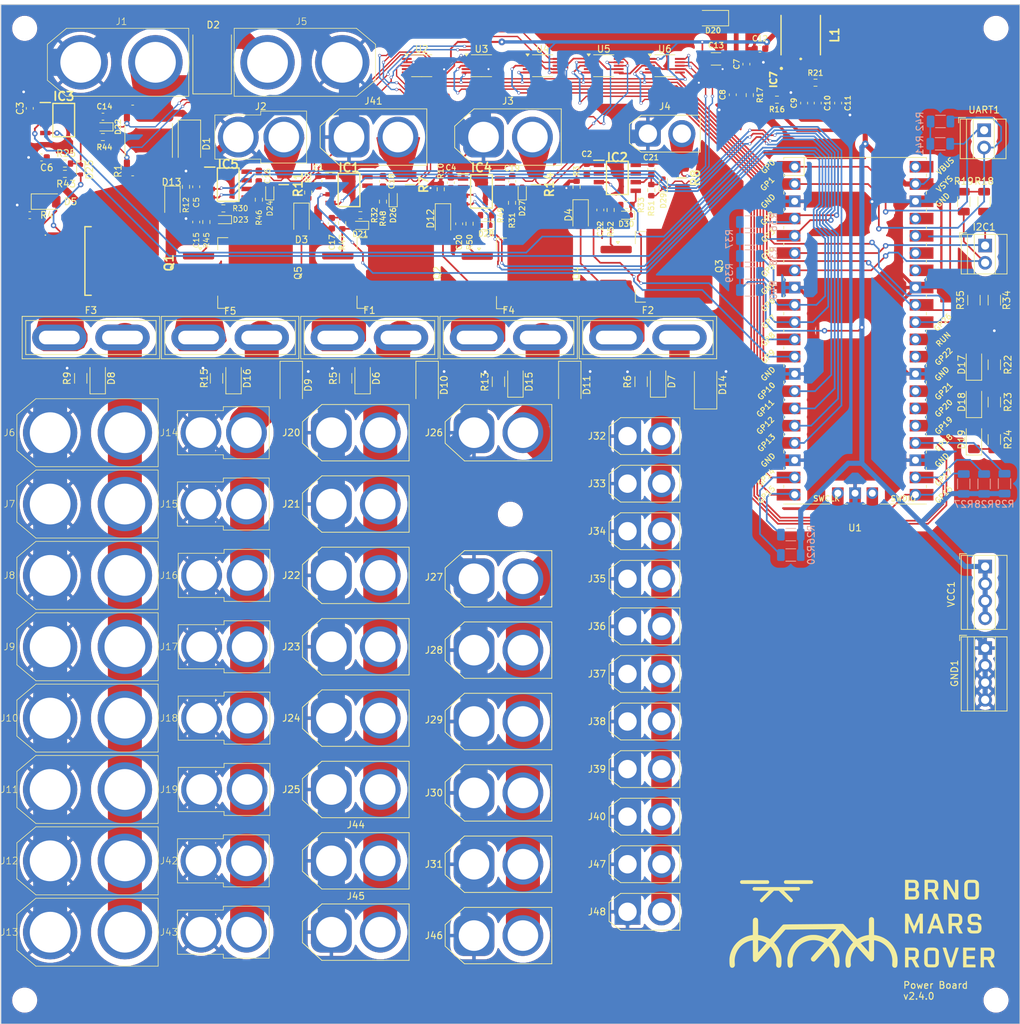
<source format=kicad_pcb>
(kicad_pcb (version 20240108) (generator "pcbnew") (generator_version "8.0")
  (layers (0 "F.Cu" signal) (31 "B.Cu" signal) (34 "B.Paste" user) (35 "F.Paste" user) (36 "B.SilkS" user "B.Silkscreen") (37 "F.SilkS" user "F.Silkscreen") (38 "B.Mask" user) (39 "F.Mask" user) (44 "Edge.Cuts" user))
  (net 0 "")
  (net 1 "GND")
  (net 2 "42_SHUNT")
  (net 3 "+42V")
  (net 4 "EN_24V")
  (net 5 "EN_12V")
  (net 6 "EN_5V")
  (net 7 "FAULT_15V")
  (net 8 "FAULT_5V")
  (net 9 "FAULT_42V")
  (net 10 "FAULT_12V")
  (net 11 "FAULT_24V")
  (net 12 "Net-(D16-K)")
  (net 13 "12V_2")
  (net 14 "5V_2")
  (net 15 "24V_2")
  (net 16 "42V_2")
  (net 17 "Net-(D2-A)")
  (net 19 "Net-(D13-K)")
  (net 20 "EN_42V")
  (net 22 "Net-(IC2-TIMER)")
  (net 23 "Net-(IC4-TIMER)")
  (net 25 "Net-(IC1-TIMER)")
  (net 26 "Net-(IC3-TIMER)")
  (net 28 "CURR_2+")
  (net 29 "CURR_2-")
  (net 30 "CURR_3-")
  (net 31 "CURR_3+")
  (net 32 "CURR_4+")
  (net 33 "CURR_4-")
  (net 34 "CURR_1+")
  (net 35 "ALERT_1")
  (net 36 "ALERT_2")
  (net 37 "CURR_5-")
  (net 38 "CURR_5+")
  (net 39 "Net-(D3-A)")
  (net 40 "Net-(D3-K)")
  (net 41 "Net-(D4-K)")
  (net 42 "Net-(D4-A)")
  (net 43 "Net-(D5-K)")
  (net 44 "Net-(D6-K)")
  (net 45 "VCC")
  (net 46 "Net-(IC5-TIMER)")
  (net 47 "Net-(IC7-COMP)")
  (net 48 "Net-(D5-A)")
  (net 49 "15V_2")
  (net 50 "Net-(D7-K)")
  (net 51 "Net-(D8-K)")
  (net 52 "Net-(D12-A)")
  (net 53 "Net-(D12-K)")
  (net 54 "Net-(D13-A)")
  (net 55 "Net-(D17-K)")
  (net 56 "Net-(D18-K)")
  (net 57 "Net-(D18-A)")
  (net 58 "Net-(D19-K)")
  (net 59 "Net-(D19-A)")
  (net 60 "EN_15V")
  (net 62 "Net-(IC7-LX)")
  (net 63 "Net-(D15-K)")
  (net 64 "ALERT_3")
  (net 65 "ALERT_4")
  (net 66 "ALERT_5")
  (net 67 "CURR_1-")
  (net 68 "Net-(D20-K)")
  (net 69 "SDA0")
  (net 70 "SCL0")
  (net 71 "SDA1")
  (net 72 "SCL1")
  (net 73 "Net-(U1-GPIO0)")
  (net 74 "Net-(U1-GPIO1)")
  (net 75 "Net-(IC7-FB)")
  (net 85 "Net-(D17-A)")
  (net 94 "Net-(C6-Pad2)")
  (net 95 "Net-(C15-Pad2)")
  (net 97 "/IC3-G")
  (net 98 "/Q1-G")
  (net 99 "/IC5-G")
  (net 100 "/Q5-G")
  (net 101 "Net-(C17-Pad2)")
  (net 103 "Net-(IC7-SS)")
  (net 104 "Net-(IC7-VCC)")
  (net 105 "Net-(C11-Pad1)")
  (net 106 "/IC1-G")
  (net 107 "/Q2-G")
  (net 108 "/IC1-SENSE")
  (net 109 "/IC4-SENSE")
  (net 110 "Net-(C20-Pad2)")
  (net 111 "/IC4-G")
  (net 112 "/Q4-G")
  (net 113 "/IC2-SENSE")
  (net 114 "Net-(C22-Pad2)")
  (net 115 "/IC2-G")
  (net 116 "/Q3-G")
  (net 117 "/IC3-SENSE")
  (net 118 "/IC5-SENSE")
  (footprint "Capacitor_SMD:C_0603_1608Metric" (layer "F.Cu") (at 73.964802 50.176448 90)
    (property "Reference" "C17")
    (property "Value" "1u" (hide yes))
  )
  (footprint "Connector_AMASS:AMASS_XT30U-F_1x02_P5.0mm_Vertical" (layer "F.Cu") (at 117.5 116.5)
    (property "Reference" "J37")
    (property "Value" "XT30")
  )
  (footprint "Connector_AMASS:AMASS_XT30U-F_1x02_P5.0mm_Vertical" (layer "F.Cu") (at 117.5 109.5)
    (property "Reference" "J36")
    (property "Value" "XT30")
  )
  (footprint "Capacitor_SMD:C_0603_1608Metric" (layer "F.Cu") (at 113.5 48.225 90)
    (property "Reference" "C22")
    (property "Value" "1u" (hide yes))
  )
  (footprint "Connector_AMASS:AMASS_XT30U-F_1x02_P5.0mm_Vertical" (layer "F.Cu") (at 117.5 102.5)
    (property "Reference" "J35")
    (property "Value" "XT30")
  )
  (footprint "Package_TO_SOT_SMD:TO-263-2" (layer "F.Cu") (at 62 57.5)
    (property "Reference" "Q5")
    (property "Value" "IRFS7437TRLPBF")
  )
  (footprint "Resistor_SMD:R_0603_1608Metric" (layer "F.Cu") (at 139.5 32 180)
    (property "Reference" "R16")
    (property "Value" "82k5" (hide yes))
  )
  (footprint "Capacitor_SMD:C_0603_1608Metric" (layer "F.Cu") (at 40.275 34.5)
    (property "Reference" "C14")
    (property "Value" "1u" (hide yes))
  )
  (footprint "Capacitor_SMD:C_0603_1608Metric" (layer "F.Cu") (at 135 26.775 90)
    (property "Reference" "C7")
    (property "Value" "1u" (hide yes))
  )
  (footprint "MountingHole:MountingHole_3.2mm_M3" (layer "F.Cu") (at 171.75 21.5)
    (property "Reference" "H4" (hide yes))
    (property "Value" "MountingHole" (hide yes))
  )
  (footprint "Resistor_SMD:R_0603_1608Metric" (layer "F.Cu") (at 75.5 50.175 -90)
    (property "Reference" "R47")
    (property "Value" "100k" (hide yes))
  )
  (footprint "Connector_AMASS:AMASS_XT60-F_1x02_P7.20mm_Vertical" (layer "F.Cu") (at 94.9 144.5)
    (property "Reference" "J31")
    (property "Value" "XT60" (hide yes))
  )
  (footprint "Diode_SMD:D_SMA" (layer "F.Cu") (at 129 74 90)
    (property "Reference" "D14")
    (property "Value" "SMAJ5A")
  )
  (footprint "Connector_AMASS:AMASS_XT60-F_1x02_P7.20mm_Vertical" (layer "F.Cu") (at 94.9 134)
    (property "Reference" "J30")
    (property "Value" "XT60")
  )
  (footprint "Connector_AMASS:AMASS_XT60-F_1x02_P7.20mm_Vertical" (layer "F.Cu") (at 96.3 37.5)
    (property "Reference" "J3")
    (property "Value" "XT60" (hide yes))
  )
  (footprint "Capacitor_SMD:C_0603_1608Metric" (layer "F.Cu") (at 63.215505 43.223549 -90)
    (property "Reference" "C16")
    (property "Value" "1u" (hide yes))
  )
  (footprint "Resistor_SMD:R_0603_1608Metric" (layer "F.Cu") (at 117.325 47.5)
    (property "Reference" "R33")
    (property "Value" "100k" (hide yes))
  )
  (footprint "Diode_SMD:D_SOD-523" (layer "F.Cu") (at 122.760709 44.3 90)
    (property "Reference" "D29")
    (property "Value" "1N4148WT" (hide yes))
  )
  (footprint "Connector_AMASS:AMASS_XT60-F_1x02_P7.20mm_Vertical" (layer "F.Cu") (at 94.9 155)
    (property "Reference" "J46")
    (property "Value" "XT60")
  )
  (footprint "Resistor_SMD:R_1206_3216Metric" (layer "F.Cu") (at 168.5 61.5 -90)
    (property "Reference" "R35")
    (property "Value" "10k")
  )
  (footprint "Capacitor_SMD:C_0603_1608Metric" (layer "F.Cu") (at 54 50 90)
    (property "Reference" "C15")
    (property "Value" "1u" (hide yes))
  )
  (footprint "Connector_AMASS:AMASS_XT30U-F_1x02_P5.0mm_Vertical" (layer "F.Cu") (at 117.5 88.5)
    (property "Reference" "J33")
    (property "Value" "XT30")
  )
  (footprint "Capacitor_SMD:C_0603_1608Metric" (layer "F.Cu") (at 133 31.275 -90)
    (property "Reference" "C8")
    (property "Value" "1u" (hide yes))
  )
  (footprint "SamacSys_Parts:DEANS-T" (layer "F.Cu") (at 58.1 123)
    (property "Reference" "J18")
    (property "Value" "DEAN_T")
  )
  (footprint "SamacSys_Parts:DEANS-T" (layer "F.Cu") (at 58.1 133.5)
    (property "Reference" "J19")
    (property "Value" "DEAN_T")
  )
  (footprint "Diode_SMD:D_3220_8050Metric" (layer "F.Cu") (at 56.35 26.4625 90)
    (property "Reference" "D2")
    (property "Value" "D")
  )
  (footprint "Resistor_SMD:R_1206_3216Metric" (layer "F.Cu") (at 76 73 90)
    (property "Reference" "R5")
    (property "Value" "2k2")
  )
  (footprint "Capacitor_SMD:C_0603_1608Metric" (layer "F.Cu") (at 54.002515 44.812839 90)
    (property "Reference" "C5")
    (property "Value" "1u" (hide yes))
  )
  (footprint "SamacSys_Parts:RESC3216X89N" (layer "F.Cu") (at 125.5 43.5 -90)
    (property "Reference" "R8")
    (property "Value" "5m" (hide yes))
  )
  (footprint "Resistor_SMD:R_0603_1608Metric" (layer "F.Cu") (at 70.493161 45.660548 90)
    (property "Reference" "R2")
    (property "Value" "2k2" (hide yes))
  )
  (footprint "Connector_AMASS:AMASS_XT60-F_1x02_P7.20mm_Vertical" (layer "F.Cu") (at 73.9 102)
    (property "Reference" "J22")
    (property "Value" "XT60")
  )
  (footprint "SamacSys_Parts:SOIC127P599X175-8N" (layer "F.Cu") (at 96 45.5)
    (property "Reference" "IC4")
    (property "Value" "LT1910ES8#PBF" (hide yes))
  )
  (footprint "Diode_SMD:D_SMA" (layer "F.Cu") (at 109 74 -90)
    (property "Reference" "D11")
    (property "Value" "SMAJ12A")
  )
  (footprint "SamacSys_Parts:SOIC127P599X175-8N" (layer "F.Cu") (at 34.5 35)
    (property "Reference" "IC3")
    (property "Value" "LT1910ES8#PBF" (hide yes))
  )
  (footprint "Diode_SMD:D_1206_3216Metric" (layer "F.Cu") (at 168.5 82 90)
    (property "Reference" "D19")
    (property "Value" "LED")
  )
  (footprint "Connector_AMASS:AMASS_XT30U-F_1x02_P5.0mm_Vertical" (layer "F.Cu") (at 117.5 151.5)
    (property "Reference" "J48")
    (property "Value" "XT30")
  )
  (footprint "SamacSys_Parts:XT90" (layer "F.Cu") (at 43.5 112.5 180)
    (property "Reference" "J9")
    (property "Value" "XT90")
  )
  (footprint "Resistor_SMD:R_0603_1608Metric" (layer "F.Cu") (at 40.260897 37.499589 180)
    (property "Reference" "R44")
    (property "Value" "10k" (hide yes))
  )
  (footprint "Fuse:Fuse_Blade_ATO_directSolder" (layer "F.Cu") (at 54.35 67)
    (property "Reference" "F5")
    (property "Value" "Fuse")
  )
  (footprint "Diode_SMD:D_1206_3216Metric" (layer "F.Cu") (at 50.5 47 -90)
    (property "Reference" "D13")
    (property "Value" "LED" (hide yes))
  )
  (footprint "Fuse:Fuse_Blade_ATO_directSolder" (layer "F.Cu") (at 95.35 67)
    (property "Reference" "F4")
    (property "Value" "Fuse")
  )
  (footprint "TerminalBlock:TerminalBlock_Xinya_XY308-2.54-4P_1x04_P2.54mm_Horizontal" (layer "F.Cu") (at 170.15 112.69 -90)
    (property "Reference" "GND1")
    (property "Value" "Screw_Terminal_01x04" (hide yes))
  )
  (footprint "Diode_SMD:D_SOD-523" (layer "F.Cu") (at 57.954465 49.648028 180)
    (property "Reference" "D23")
    (property "Value" "1N4148WT" (hide yes))
  )
  (footprint "Resistor_SMD:R_0603_1608Metric" (layer "F.Cu") (at 135.5 31.325 90)
    (property "Reference" "R17")
    (property "Value" "18k2" (hide yes))
  )
  (footprint "Connector_AMASS:AMASS_XT60-F_1x02_P7.20mm_Vertical" (layer "F.Cu") (at 94.9 123.5)
    (property "Reference" "J29")
    (property "Value" "XT60")
  )
  (footprint "Diode_SMD:D_1206_3216Metric" (layer "F.Cu") (at 59.5 73 90)
    (property "Reference" "D16")
    (property "Value" "LED")
  )
  (footprint "SamacSys_Parts:XT90" (layer "F.Cu") (at 43.5 91.5 180)
    (property "Reference" "J7")
    (property "Value" "XT90")
  )
  (footprint "MountingHole:MountingHole_3.2mm_M3" (layer "F.Cu") (at 171.75 164.5)
    (property "Reference" "H3" (hide yes))
    (property "Value" "MountingHole" (hide yes))
  )
  (footprint "Connector_AMASS:AMASS_XT60-F_1x02_P7.20mm_Vertical" (layer "F.Cu") (at 76.5 37.5)
    (property "Reference" "J41")
    (property "Value" "XT60" (hide yes))
  )
  (footprint "Resistor_SMD:R_1206_3216Metric" (layer "F.Cu") (at 167 47 -90)
    (property "Reference" "R19")
    (property "Value" "10k")
  )
  (footprint "Package_SO:VSSOP-10_3x3mm_P0.5mm" (layer "F.Cu") (at 105 27)
    (property "Reference" "U4")
    (property "Value" "INA238")
  )
  (footprint "Fuse:Fuse_Blade_ATO_directSolder" (layer "F.Cu") (at 115.85 67)
    (property "Reference" "F2")
    (property "Value" "Fuse")
  )
  (footprint "Package_SO:VSSOP-10_3x3mm_P0.5mm" (layer "F.Cu") (at 96 27)
    (property "Reference" "U3")
    (property "Value" "INA238")
  )
  (footprint "MountingHole:MountingHole_3.2mm_M3" (layer "F.Cu") (at 28.75 164.5)
    (property "Reference" "H2" (hide yes))
    (property "Value" "MountingHole" (hide yes))
  )
  (footprint "SamacSys_Parts:SRR5828A2R6Y" (layer "F.Cu") (at 143 22.5 180)
    (property "Reference" "L1")
    (property "Value" "470M" (hide yes))
  )
  (footprint "Package_SO:VSSOP-10_3x3mm_P0.5mm" (layer "F.Cu") (at 87.2 27)
    (property "Reference" "U2")
    (property "Value" "INA238")
  )
  (footprint "SamacSys_Parts:XT90" (layer "F.Cu") (at 43.5 81 180)
    (property "Reference" "J6")
    (property "Value" "XT90")
  )
  (footprint "SamacSys_Parts:RESC3216X89N" (layer "F.Cu") (at 66.886875 44.5 90)
    (property "Reference" "R11")
    (property "Value" "5m" (hide yes))
  )
  (footprint "Resistor_SMD:R_0603_1608Metric" (layer "F.Cu") (at 96.675 49)
    (property "Reference" "R49")
    (property "Value" "100k" (hide yes))
  )
  (footprint "Capacitor_SMD:C_0603_1608Metric" (layer "F.Cu") (at 91.491792 44.221609 90)
    (property "Reference" "C4")
    (property "Value" "1u" (hide yes))
  )
  (footprint "Resistor_SMD:R_0603_1608Metric" (layer "F.Cu") (at 90 45.175 90)
    (property "Reference" "R10")
    (property "Value" "2k2" (hide yes))
  )
  (footprint "Resistor_SMD:R_1206_3216Metric" (layer "F.Cu") (at 57 73 90)
    (property "Reference" "R15")
    (property "Value" "4k7")
  )
  (footprint "Connector_AMASS:AMASS_XT60-F_1x02_P7.20mm_Vertical" (layer "F.Cu") (at 94.9 102.5)
    (property "Reference" "J27")
    (property "Value" "XT60")
  )
  (footprint "Resistor_SMD:R_0603_1608Metric" (layer "F.Cu") (at 115.016492 48.230492 -90)
    (property "Reference" "R52")
    (property "Value" "100k" (hide yes))
  )
  (footprint "Resistor_SMD:R_0603_1608Metric" (layer "F.Cu") (at 81.5 47 -90)
    (property "Reference" "R48")
    (property "Value" "10k" (hide yes))
  )
  (footprint "Resistor_SMD:R_0603_1608Metric" (layer "F.Cu") (at 100.5 47.175 -90)
    (property "Reference" "R31")
    (property "Value" "10k" (hide yes))
  )
  (footprint "Connector_AMASS:AMASS_XT30U-F_1x02_P5.0mm_Vertical" (layer "F.Cu") (at 120.5 37)
    (property "Reference" "J4")
    (property "Value" "XT30")
  )
  (footprint "Connector_AMASS:AMASS_XT60-F_1x02_P7.20mm_Vertical" (layer "F.Cu") (at 73.9 144)
    (property "Reference" "J44")
    (property "Value" "XT60")
  )
  (footprint "SamacSys_Parts:SOIC127P599X175-8N" (layer "F.Cu") (at 116 43.5)
    (property "Reference" "IC2")
    (property "Value" "LT1910ES8#PBF" (hide yes))
  )
  (footprint "SamacSys_Parts:RESC3216X89N" (layer "F.Cu") (at 85.5 44.5 -90)
    (property "Reference" "R7")
    (property "Value" "5m" (hide yes))
  )
  (footprint "Package_TO_SOT_SMD:TO-263-2" (layer "F.Cu") (at 103.028915 57.557414)
    (property "Reference" "Q4")
    (property "Value" "IRFS7437TRLPBF")
  )
  (footprint "SamacSys_Parts:DEANS-T" (layer "F.Cu") (at 63.5 37.5)
    (property "Reference" "J2")
    (property "Value" "DEAN_T")
  )
  (footprint "SamacSys_Parts:DEANS-T" (layer "F.Cu") (at 58 91.5)
    (property "Reference" "J15")
    (property "Value" "DEAN_T")
  )
  (footprint "Resistor_SMD:R_0603_1608Metric" (layer "F.Cu") (at 55.5 50 -90)
    (property "Reference" "R45")
    (property "Value" "100k" (hide yes))
  )
  (footprint "Package_TO_SOT_SMD:TO-263-2" (layer "F.Cu") (at 123.475038 56.591749)
    (property "Reference" "Q3")
    (property "Value" "IRFS7437TRLPBF")
  )
  (footprint "Resistor_SMD:R_0603_1608Metric" (layer "F.Cu") (at 78.175 49)
    (property "Reference" "R32")
    (property "Value" "100k" (hide yes))
  )
  (footprint "Diode_SMD:D_SOD-523" (layer "F.Cu") (at 102 45.5 90)
    (property "Reference" "D27")
    (property "Value" "1N4148WT" (hide yes))
  )
  (footprint "Diode_SMD:D_1206_3216Metric" (layer "F.Cu") (at 122 73.5 90)
    (property "Reference" "D7")
    (property "Value" "LED")
  )
  (footprint "Capacitor_SMD:C_0603_1608Metric" (layer "F.Cu") (at 100.527956 44 -90)
    (property "Reference" "C19")
    (property "Value" "1u" (hide yes))
  )
  (footprint "Capacitor_SMD:C_0603_1608Metric" (layer "F.Cu") (at 111.5 42.225 90)
    (property "Reference" "C2")
    (property "Value" "1u" (hide yes))
  )
  (footprint "Connector_AMASS:AMASS_XT30U-F_1x02_P5.0mm_Vertical" (layer "F.Cu") (at 117.5 130.5)
    (property "Reference" "J39")
    (property "Value" "XT30")
  )
  (footprint "Diode_SMD:D_1206_3216Metric" (layer "F.Cu") (at 130.1 20 180)
    (property "Reference" "D20")
    (property "Value" "D")
  )
  (footprint "TerminalBlock:TerminalBlock_Xinya_XY308-2.54-2P_1x02_P2.54mm_Horizontal" (layer "F.Cu") (at 170.15 53.46 -90)
    (property "Reference" "I2C1")
    (property "Value" "Screw_Terminal_01x02" (hide yes))
  )
  (footprint "SamacSys_Parts:XT90" (layer "F.Cu") (at 43.5 102 180)
    (property "Reference" "J8")
    (property "Value" "XT90")
  )
  (footprint "Diode_SMD:D_SMA" (layer "F.Cu") (at 68 74 -90)
    (property "Reference" "D9")
    (property "Value" "SMAJ24A")
  )
  (footprint "Capacitor_SMD:C_0603_1608Metric" (layer "F.Cu") (at 145.5 32.5 -90)
    (property "Reference" "C10")
    (property "Value" "22pF" (hide yes))
  )
  (footprint "Capacitor_SMD:C_0603_1608Metric" (layer "F.Cu") (at 81.5 44 -90)
    (property "Reference" "C18")
    (property "Value" "1u" (hide yes))
  )
  (footprint "SamacSys_Parts:SOIC127P599X175-8N" (layer "F.Cu") (at 58.712 44.5)
    (property "Reference" "IC5")
    (property "Value" "LT1910ES8#PBF" (hide yes))
  )
  (footprint "Capacitor_SMD:C_0603_1608Metric" (layer "F.Cu") (at 29.5 33.275 90)
    (property "Reference" "C3")
    (property "Value" "1u" (hide yes))
  )
  (footprint "Diode_SMD:D_SMA" (layer "F.Cu") (at 88 74 -90)
    (property "Reference" "D10")
    (property "Value" "SMAJ15A")
  )
  (footprint "SamacSys_Parts:XT90" (layer "F.Cu") (at 64.5 26.5)
    (property "Reference" "J5")
    (property "Value" "Conn_01x02")
  )
  (footprint "SamacSys_Parts:RESC3216X89N" (layer "F.Cu") (at 104 44.5 -90)
    (property "Reference" "R14")
    (property "Value" "5m" (hide yes))
  )
  (footprint "Capacitor_SMD:C_0603_1608Metric" (layer "F.Cu") (at 31.225 40.5)
    (property "Reference" "C6")
    (property "Value" "1u" (hide yes))
  )
  (footprint "SamacSys_Parts:SOIC127P599X175-8N" (layer "F.Cu") (at 76.5 45.289004)
    (property "Reference" "IC1")
    (property "Value" "LT1910ES8#PBF" (hide yes))
  )
  (footprint "Resistor_SMD:R_1206_3216Metric" (layer "F.Cu") (at 170 47 -90)
    (property "Reference" "R18")
    (property "Value" "10k")
  )
  (footprint "Resistor_SMD:R_1206_3216Metric" (layer "F.Cu") (at 98.5 73.5 90)
    (property "Reference" "R13")
    (property "Value" "2k2")
  )
  (footprint "SamacSys_Parts:XT90" (layer "F.Cu") (at 43.5 154.5 180)
    (property "Reference" "J13")
    (property "Value" "XT90")
  )
  (footprint "LOGO" (layer "F.Cu") (at 152.5 153.5)
    (property "Reference" "G***" (hide yes))
    (property "Value" "LOGO" (hide yes))
  )
  (footprint "Connector_AMASS:AMASS_XT60-F_1x02_P7.20mm_Vertical" (layer "F.Cu") (at 73.9 91.5)
    (property "Reference" "J21")
    (property "Value" "XT60")
  )
  (footprint "SamacSys_Parts:DEANS-T" (layer "F.Cu") (at 58.1 112.5)
    (property "Reference" "J17")
    (property "Value" "DEAN_T")
  )
  (footprint "Diode_SMD:D_1206_3216Metric" (layer "F.Cu") (at 110.6 49 -90)
    (property "Reference" "D4")
    (property "Value" "LED" (hide yes))
  )
  (footprint "Resistor_SMD:R_0603_1608Metric" (layer "F.Cu") (at 52.5 44.825 90)
    (property "Reference" "R12")
    (property "Value" "4k7" (hide yes))
  )
  (footprint "Resistor_SMD:R_Shunt_Isabellenhuette_BVR4026" (layer "F.Cu") (at 47 38 -90)
    (property "Reference" "R1")
    (property "Value" "3m" (hide yes))
  )
  (footprint "SamacSys_Parts:XT90" (layer "F.Cu") (at 48 26.5 180)
    (property "Reference" "J1")
    (property "Value" "XT90")
  )
  (footprint "MCU_RaspberryPi_and_Boards:RPi_Pico_SMD_TH" (layer "F.Cu") (at 151 66)
    (property "Reference" "U1")
    (property "Value" "Pico")
  )
  (footprint "Resistor_SMD:R_1206_3216Metric" (layer "F.Cu") (at 171.5 82 90)
    (property "Reference" "R24")
    (property "Value" "2k2")
  )
  (footprint "Diode_SMD:D_1206_3216Metric" (layer "F.Cu") (at 32 47)
    (property "Reference" "D5")
    (property "Value" "LED" (hide yes))
  )
  (footprint "Capacitor_SMD:C_0603_1608Metric" (layer "F.Cu") (at 137 24.5 180)
    (property "Reference" "C12")
    (property "Value" "10u" (hide yes))
  )
  (footprint "Package_SO:VSSOP-10_3x3mm_P0.5mm" (layer "F.Cu") (at 114 27)
    (property "Reference" "U5")
    (property "Value" "INA238")
  )
  (footprint "Resistor_SMD:R_1206_3216Metric" (layer "F.Cu") (at 171.5 71 90)
    (property "Reference" "R22")
    (property "Value" "2k2")
  )
  (footprint "Diode_SMD:D_1206_3216Metric" (layer "F.Cu") (at 168.5 71 90)
    (property "Reference" "D17")
    (property "Value" "LED")
  )
  (footprint "SamacSys_Parts:DEANS-T" (layer "F.Cu") (at 58.1 102)
    (property "Reference" "J16")
    (property "Value" "DEAN_T")
  )
  (footprint "Resistor_SMD:R_0603_1608Metric" (layer "F.Cu") (at 110 44.825 90)
    (property "Reference" "R3")
    (property "Value" "470" (hide yes))
  )
  (footprint "SamacSys_Parts:XT90" (layer "F.Cu") (at 43.5 123 180)
    (property "Reference" "J10")
    (property "Value" "XT90")
  )
  (footprint "Connector_AMASS:AMASS_XT60-F_1x02_P7.20mm_Vertical" (layer "F.Cu") (at 73.9 81)
    (property "Reference" "J20")
    (property "Value" "XT60")
  )
  (footprint "Capacitor_SMD:C_0603_1608Metric" (layer "F.Cu") (at 121 42.234534 -90)
    (property "Reference" "C21")
    (property "Value" "1u" (hide yes))
  )
  (footprint "Fuse:Fuse_Blade_ATO_directSolder" (layer "F.Cu") (at 33.85 67)
    (property "Reference" "F3")
    (property "Value" "Fuse")
  )
  (footprint "Resistor_SMD:R_0603_1608Metric" (layer "F.Cu") (at 34.674622 42.91739)
    (property "Reference" "R43")
    (property "Value" "100k" (hide yes))
  )
  (footprint "Resistor_SMD:R_1206_3216Metric" (layer "F.Cu") (at 37 73 90)
    (property "Reference" "R9")
    (property "Value" "6k8")
  )
  (footprint "Diode_SMD:D_1206_3216Metric" (layer "F.Cu") (at 78.5 73 90)
    (property "Reference" "D6")
    (property "Value" "LED")
  )
  (footprint "MountingHole:MountingHole_3.2mm_M3" (layer "F.Cu") (at 28.75 21.5)
    (property "Reference" "H1" (hide yes))
    (property "Value" "MountingHole" (hide yes))
  )
  (footprint "Fuse:Fuse_Blade_ATO_directSolder" (layer "F.Cu") (at 74.85 67)
    (property "Reference" "F1")
    (property "Value" "Fuse")
  )
  (footprint "Diode_SMD:D_SMA" (layer "F.Cu") (at 53 38.5 -90)
    (property "Reference" "D1")
    (property "Value" "SMAJ43A" (hide yes))
  )
  (footprint "Capacitor_SMD:C_0603_1608Metric" (layer "F.Cu") (at 72 44 90)
    (property "Reference" "C1")
    (property "Value" "1u" (hide yes))
  )
  (footprint "Resistor_SMD:R_1206_3216Metric" (layer "F.Cu") (at 171.5 76.5 90)
    (property "Reference" "R23")
    (property "Value" "2k2")
  )
  (footprint "SamacSys_Parts:DEANS-T" (layer "F.Cu") (at 58 81)
    (property "Reference" "J14")
    (property "Value" "DEAN_T")
  )
  (footprint "Resistor_SMD:R_0603_1608Metric" (layer "F.Cu") (at 145.175 29.5)
    (property "Reference" "R21")
    (property "Value" "21.5k" (hide yes))
  )
  (footprint "Diode_SMD:D_SOD-523" (layer "F.Cu") (at 117.3 49 180)
    (property "Reference" "D30")
    (property "Value" "1N4148WT" (hide yes))
  )
  (footprint "Resistor_SMD:R_1206_3216Metric" (layer "F.Cu") (at 171.5 61.5 -90)
    (property "Reference" "R34")
    (property "Value" "10k")
  )
  (footprint "Package_SO:VSSOP-10_3x3mm_P0.5mm" (layer "F.Cu") (at 123 27)
    (property "Reference" "U6")
    (property "Value" "INA238")
  )
  (footprint "SamacSys_Parts:IRFS7530TRL7PP" (layer "F.Cu") (at 40.548192 55.734001 -90)
    (property "Reference" "Q1")
    (property "Value" "IRFS7530TRL7PP" (hide yes))
  )
  (footprint "Package_TO_SOT_SMD:TO-263-2" (layer "F.Cu") (at 82.5 57.5)
    (property "Reference" "Q2")
    (property "Value" "IRFS7437TRLPBF")
  )
  (footprint "Diode_SMD:D_1206_3216Metric" (layer "F.Cu") (at 69.5 49.5 -90)
    (property "Reference" "D3")
    (property "Value" "LED" (hide yes))
  )
  (footprint "Connector_AMASS:AMASS_XT30U-F_1x02_P5.0mm_Vertical" (layer "F.Cu") (at 117.5 144.5)
    (property "Reference" "J47")
    (property "Value" "XT30")
  )
  (footprint "Diode_SMD:D_1206_3216Metric" (layer "F.Cu") (at 168.5 76.5 90)
    (property "Reference" "D18")
    (property "Value" "LED")
  )
  (footprint "Diode_SMD:D_1206_3216Metric" (layer "F.Cu") (at 39.5 73 90)
    (property "Reference" "D8")
    (property "Value" "LED")
  )
  (footprint "TerminalBlock:TerminalBlock_Xinya_XY308-2.54-2P_1x02_P2.54mm_Horizontal" (layer "F.Cu") (at 170 36.5 -90)
    (property "Reference" "UART1")
    (property "Value" "Screw_Terminal_01x02")
  )
  (footprint "SamacSys_Parts:XT90" (layer "F.Cu") (at 43.5 133.5 180)
    (property "Reference" "J11")
    (property "Value" "XT90")
  )
  (footprint "Diode_SMD:D_SOD-523" (layer "F.Cu") (at 64.834171 45.5 90)
    (property "Reference" "D24")
    (property "Value" "1N4148WT" (hide yes))
  )
  (footprint "SamacSys_Parts:XT90" (layer "F.Cu") (at 43.5 144 180)
    (property "Reference" "J12")
    (property "Value" "XT90")
  )
  (footprint "Capacitor_SMD:C_1206_3216Metric" (layer "F.Cu") (at 130.525 26)
    (property "Reference" "C13")
    (property "Value" "1u")
  )
  (footprint "Resistor_SMD:R_0603_1608Metric" (layer "F.Cu") (at 58 48)
    (property "Reference" "R30")
    (property "Value" "100k" (hide yes))
  )
  (footprint "Connector_AMASS:AMASS_XT30U-F_1x02_P5.0mm_Vertical" (layer "F.Cu") (at 117.5 95.5)
    (property "Reference" "J34")
    (property "Value" "XT30")
  )
  (footprint "SamacSys_Parts:DEANS-T" (layer "F.Cu") (at 58 154.5)
    (property "Reference" "J43")
    (property "Value" "DEAN_T" (hide yes))
  )
  (footprint "Capacitor_SMD:C_0603_1608Metric" (layer "F.Cu") (at 143.5 32.5 -90)
    (property "Reference" "C9")
    (property "Value" "5.5nF" (hide yes))
  )
  (footprint "Diode_SMD:D_SOD-523" (layer "F.Cu") (at 40.5 36 180)
    (property "Reference" "D22")
    (property "Value" "1N4148WT" (hide yes))
  )
  (footprint "Connector_AMASS:AMASS_XT30U-F_1x02_P5.0mm_Vertical" (layer "F.Cu") (at 117.5 81.5)
    (property "Reference" "J32")
    (property "Value" "XT30")
  )
  (footprint "SamacSys_Parts:SON50P200X300X80-11N" (layer "F.Cu") (at 141.55 29.05)
    (property "Reference" "IC7")
    (property "Value" "MAX17541GATB+T" (hide yes))
  )
  (footprint "Resistor_SMD:R_0603_1608Metric" (layer "F.Cu") (at 94.240945 50.257912 -90)
    (property "Reference" "R50")
    (property "Value" "100k" (hide yes))
  )
  (footprint "Connector_AMASS:AMASS_XT60-F_1x02_P7.20mm_Vertical" (layer "F.Cu") (at 73.9 133.5)
    (property "Reference" "J25")
    (property "Value" "XT60")
  )
  (footprint "Resistor_SMD:R_1206_3216Metric" (layer "F.Cu") (at 119.5 73.5 90)
    (property "Reference" "R6")
    (property "Value" "470")
  )
  (footprint "Connector_AMASS:AMASS_XT60-F_1x02_P7.20mm_Vertical" (layer "F.Cu") (at 94.9 81)
    (property "Reference" "J26")
    (property "Value" "XT60")
  )
  (footprint "Capacitor_SMD:C_0603_1608Metric" (layer "F.Cu") (at 148.5 32.5 -90)
    (property "Reference" "C11")
    (property "Value" "3300pF" (hide yes))
  )
  (footprint "Diode_SMD:D_1206_3216Metric" (layer "F.Cu") (at 90.332414 49.590959 -90)
    (property "Reference" "D12")
    (property "Value" "LED" (hide yes))
  )
  (footprint "Diode_SMD:D_SOD-523" (layer "F.Cu") (at 96.620494 50.510559 180)
    (property "Reference" "D28")
    (property "Value" "1N4148WT" (hide yes))
  )
  (footprint "Diode_SMD:D_SOD-523" (layer "F.Cu") (at 37 42.3 -90)
    (property "Reference" "D25")
    (property "Value" "1N4148WT")
  )
  (footprint "Resistor_SMD:R_0603_1608Metric" (layer "F.Cu") (at 63.226065 46.718623 -90)
    (property "Reference" "R46")
    (property "Value" "10k" (hide yes))
  )
  (footprint "TerminalBlock:TerminalBlock_Xinya_XY308-2.54-4P_1x04_P2.54mm_Horizontal" (layer "F.Cu") (at 170.15 100.69 -90)
    (property "Reference" "VCC1")
    (property "Value" "Screw_Terminal_01x04" (hide yes))
  )
  (footprint "Connector_AMASS:AMASS_XT60-F_1x02_P7.20mm_Vertical" (layer "F.Cu") (at 73.9 112.5)
    (property "Reference" "J23")
    (property "Value" "XT60")
  )
  (footprint "Resistor_SMD:R_0603_1608Metric" (layer "F.Cu") (at 121 45.30365 -90)
    (property "Reference" "R51")
    (property "Value" "10k" (hide yes))
  )
  (footprint "Diode_SMD:D_1206_3216Metric" (layer "F.Cu") (at 101 73.5 90)
    (property "Reference" "D15")
    (property "Value" "LED")
  )
  (footprint "Capacitor_SMD:C_0603_1608Metric" (layer "F.Cu") (at 92.712387 50.261322 90)
    (property "Reference" "C20")
    (property "Value" "1u" (hide yes))
  )
  (footprint "Resistor_SMD:R_0603_1608Metric" (layer "F.Cu") (at 34.675 41.4)
    (property "Reference" "R25")
    (property "Value" "100k" (hide yes))
  )
  (footprint "MountingHole:MountingHole_3.2mm_M3" (layer "F.Cu") (at 100.25 93)
    (property "Reference" "H5" (hide yes))
    (property "Value" "MountingHole")
  )
  (footprint "Diode_SMD:D_SOD-523" (layer "F.Cu") (at 78.141612 50.5 180)
    (property "Reference" "D21")
    (property "Value" "1N4148WT" (hide yes))
  )
  (footprint "Capacitor_SMD:C_0603_1608Metric" (layer "F.Cu") (at 29.5 49 180)
    (property "Reference" "R4")
    (property "Value" "6k8" (hide yes))
  )
  (footprint "Connector_AMASS:AMASS_XT60-F_1x02_P7.20mm_Vertical" (layer "F.Cu") (at 73.9 123)
    (property "Reference" "J24")
    (property "Value" "XT60")
  )
  (footprint "Diode_SMD:D_SOD-523" (layer "F.Cu") (at 83 46.5 90)
    (property "Reference" "D26")
    (property "Value" "1N4148WT" (hide yes))
  )
  (footprint "Connector_AMASS:AMASS_XT30U-F_1x02_P5.0mm_Vertical" (layer "F.Cu") (at 117.5 123.5)
    (property "Reference" "J38")
    (property "Value" "XT30")
  )
  (footprint "SamacSys_Parts:DEANS-T" (layer "F.Cu") (at 58 144)
    (property "Reference" "J42")
    (property "Value" "DEAN_T")
  )
  (footprint "Connector_AMASS:AMASS_XT30U-F_1x02_P5.0mm_Vertical" (layer "F.Cu") (at 117.5 137.5)
    (property "Reference" "J40")
    (property "Value" "XT30" (hide yes))
  )
  (footprint "Connector_AMASS:AMASS_XT60-F_1x02_P7.20mm_Vertical" (layer "F.Cu") (at 94.9 113)
    (property "Reference" "J28")
    (property "Value" "XT60")
  )
  (footprint "Connector_AMASS:AMASS_XT60-F_1x02_P7.20mm_Vertical" (layer "F.Cu") (at 73.9 154.5)
    (property "Reference" "J45")
    (property "Value" "XT60")
  )
  (footprint "Resistor_SMD:R_1206_3216Metric" (layer "B.Cu") (at 163.5375 38.5)
    (property "Reference" "R41")
    (property "Value" "10k" (hide yes))
  )
  (footprint "Resistor_SMD:R_1206_3216Metric" (layer "B.Cu") (at 173 88.5 90)
    (property "Reference" "R29")
    (property "Value" "10k" (hide yes))
  )
  (footprint "Resistor_SMD:R_1206_3216Metric" (layer "B.Cu") (at 135.5 55)
    (property "Reference" "R38")
    (property "Value" "5K" (hide yes))
  )
  (footprint "Resistor_SMD:R_1206_3216Metric" (layer "B.Cu") (at 167 88.5375 90)
    (property "Reference" "R27")
    (property "Value" "10k" (hide yes))
  )
  (footprint "Resistor_SMD:R_1206_3216Metric" (layer "B.Cu") (at 170 88.5375 90)
    (property "Reference" "R28")
    (property "Value" "10k" (hide yes))
  )
  (footprint "Resistor_SMD:R_1206_3216Metric" (layer "B.Cu") (at 135.5 50)
    (property "Reference" "R36")
    (property "Value" "5K" (hide yes))
  )
  (footprint "Resistor_SMD:R_1206_3216Metric" (layer "B.Cu") (at 141.5375 99 180)
    (property "Reference" "R20")
    (property "Value" "10k" (hide yes))
  )
  (footprint "Resistor_SMD:R_1206_3216Metric" (layer "B.Cu") (at 141.5375 96 180)
    (property "Reference" "R26")
    (property "Value" "10k" (hide yes))
  )
  (footprint "Resistor_SMD:R_1206_3216Metric" (layer "B.Cu") (at 163.575 35.21)
    (property "Reference" "R42")
    (property "Value" "10k" (hide yes))
  )
  (footprint "Resistor_SMD:R_1206_3216Metric" (layer "B.Cu") (at 135.5 52.5)
    (property "Reference" "R37")
    (property "Value" "5K" (hide yes))
  )
  (footprint "Resistor_SMD:R_1206_3216Metric" (layer "B.Cu") (at 135.5 60)
    (property "Reference" "R40")
    (property "Value" "5K" (hide yes))
  )
  (footprint "Resistor_SMD:R_1206_3216Metric" (layer "B.Cu") (at 135.5375 57.5)
    (property "Reference" "R39")
    (property "Value" "5K" (hide yes))
  )
  (gr_line (start 175.25 18) (end 25.25 18) (stroke (width 0.1)) (layer "Edge.Cuts"))
  (gr_line (start 25.25 18) (end 25.25 168) (stroke (width 0.1)) (layer "Edge.Cuts"))
  (gr_line (start 175.25 168) (end 175.25 18) (stroke (width 0.1)) (layer "Edge.Cuts"))
  (gr_line (start 25.25 168) (end 175.25 168) (stroke (width 0.1)) (layer "Edge.Cuts"))
  (gr_text "Power Board\nv2.4.0" (at 158 164.5 0) (layer "F.SilkS") (effects (font (size 1 1)) (justify left bottom)))
  (segment (start 171.5 75.0375) (end 172.9625 75.0375) (width 0.25) (layer "F.Cu") (net 1))
  (segment (start 52.5 42.5) (end 52.5 41) (width 0.25) (layer "F.Cu") (net 1))
  (segment (start 171.5 69.5375) (end 171.5 66) (width 0.25) (layer "F.Cu") (net 1))
  (segment (start 108.5 44.5) (end 109 44) (width 0.25) (layer "F.Cu") (net 1))
  (segment (start 90 43.8) (end 91.9 41.9) (width 0.25) (layer "F.Cu") (net 1))
  (segment (start 52.537839 44.037839) (end 52.5 44) (width 0.25) (layer "F.Cu") (net 1))
  (segment (start 151 86.05) (end 150 85.05) (width 0.5) (layer "F.Cu") (net 1))
  (segment (start 53.275 50.775) (end 54 50.775) (width 0.25) (layer "F.Cu") (net 1))
  (segment (start 54.002515 44.037839) (end 52.537839 44.037839) (width 0.25) (layer "F.Cu") (net 1))
  (segment (start 35.0375 71.5375) (end 35 71.5) (width 0.25) (layer "F.Cu") (net 1))
  (segment (start 157 56.76) (end 159.89 59.65) (width 0.5) (layer "F.Cu") (net 1))
  (segment (start 126 27.5) (end 125.2 27.5) (width 0.25) (layer "F.Cu") (net 1))
  (segment (start 72 43.225) (end 72 42) (width 0.25) (layer "F.Cu") (net 1))
  (segment (start 159.89 46.95) (end 159.05 46.95) (width 0.25) (layer "F.Cu") (net 1))
  (segment (start 69 46) (end 69.328709 46) (width 0.25) (layer "F.Cu") (net 1))
  (segment (start 159.05 46.95) (end 157 49) (width 0.5) (layer "F.Cu") (net 1))
  (segment (start 31.788 33.095) (end 31.095 33.095) (width 0.25) (layer "F.Cu") (net 1))
  (segment (start 109 44) (end 110 44) (width 0.25) (layer "F.Cu") (net 1))
  (segment (start 37 71.5375) (end 35.0375 71.5375) (width 0.25) (layer "F.Cu") (net 1))
  (segment (start 113.5 49) (end 113.5 50.5) (width 0.25) (layer "F.Cu") (net 1))
  (segment (start 158.55 85.05) (end 157 83.5) (width 0.5) (layer "F.Cu") (net 1))
  (segment (start 85 26.5) (end 86 26.5) (width 0.25) (layer "F.Cu") (net 1))
  (segment (start 125.2 27.5) (end 122.592764 27.5) (width 0.25) (layer "F.Cu") (net 1))
  (segment (start 53 40.5) (end 55 40.5) (width 1) (layer "F.Cu") (net 1))
  (segment (start 150.25 34.25) (end 149.275 33.275) (width 0.5) (layer "F.Cu") (net 1))
  (segment (start 89.425 27.525) (end 89.4 27.5) (width 0.25) (layer "F.Cu") (net 1))
  (segment (start 136.225 24.5) (end 135 25.725) (width 0.5) (layer "F.Cu") (net 1))
  (segment (start 52.5 41) (end 53 40.5) (width 0.25) (layer "F.Cu") (net 1))
  (segment (start 30.5 32.5) (end 29.5 32.5) (width 0.25) (layer "F.Cu") (net 1))
  (segment (start 102.8 26) (end 104 26) (width 0.25) (layer "F.Cu") (net 1))
  (segment (start 172.9625 75.0375) (end 173.5 74.5) (width 0.25) (layer "F.Cu") (net 1))
  (segment (start 173.5 79.5) (end 173.5 74.5) (width 0.25) (layer "F.Cu") (net 1))
  (segment (start 157 70.5) (end 158.85 72.35) (width 0.5) (layer "F.Cu") (net 1))
  (segment (start 108.65 27.35) (end 108.65 26.85) (width 0.25) (layer "F.Cu") (net 1))
  (segment (start 55.0375 71.5375) (end 55 71.5) (width 0.25) (layer "F.Cu") (net 1))
  (segment (start 142.11 59.65) (end 142.65 59.65) (width 0.25) (layer "F.Cu") (net 1))
  (segment (start 105.425 27.425) (end 106.238173 27.425) (width 0.25) (layer "F.Cu") (net 1))
  (segment (start 108.65 26.85) (end 109.55 25.95) (width 0.25) (layer "F.Cu") (net 1))
  (segment (start 136.225 24.5) (end 136.225 25.225) (width 0.5) (layer "F.Cu") (net 1))
  (segment (start 140.5 28.05) (end 139.05 28.05) (width 0.25) (layer "F.Cu") (net 1))
  (segment (start 149.275 33.275) (end 142.725 33.275) (width 0.5) (layer "F.Cu") (net 1))
  (segment (start 142.11 72.35) (end 143.65 72.35) (width 0.5) (layer "F.Cu") (net 1))
  (segment (start 116.2 27.5) (end 114.5 27.5) (width 0.25) (layer "F.Cu") (net 1))
  (segment (start 57 71.5375) (end 55.0375 71.5375) (width 0.25) (layer "F.Cu") (net 1))
  (segment (start 131.5 26.5) (end 132 26) (width 0.25) (layer "F.Cu") (net 1))
  (segment (start 159 85.05) (end 158.55 85.05) (width 0.25) (layer "F.Cu") (net 1))
  (segment (start 68 72) (end 70.5 72) (width 1) (layer "F.Cu") (net 1))
  (segment (start 159.89 85.05) (end 159 85.05) (width 0.25) (layer "F.Cu") (net 1))
  (segment (start 139.05 28.05) (end 137.5 26.5) (width 0.25) (layer "F.Cu") (net 1))
  (segment (start 143.5 85.05) (end 142.11 85.05) (width 0.5) (layer "F.Cu") (net 1))
  (segment (start 129 72) (end 132 72) (width 1) (layer "F.Cu") (net 1))
  (segment (start 91.491792 43.446609) (end 91.491792 42.308208) (width 0.25) (layer "F.Cu") (net 1))
  (segment (start 55 40.5) (end 56.2 40.5) (width 1) (layer "F.Cu") (net 1))
  (segment (start 88.5 45) (end 89.35 45) (width 0.25) (layer "F.Cu") (net 1))
  (segment (start 133.45 32.05) (end 135 30.5) (width 0.25) (layer "F.Cu") (net 1))
  (segment (start 106.313173 27.5) (end 107.2 27.5) (width 0.25) (layer "F.Cu") (net 1))
  (segment (start 159.89 59.65) (end 157 62.54) (width 0.5) (layer "F.Cu") (net 1))
  (segment (start 111.75 25.95) (end 111.8 26) (width 0.25) (layer "F.Cu") (net 1))
  (segment (start 29.5 31.75) (end 28.6 30.85) (width 0.25) (layer "F.Cu") (net 1))
  (segment (start 173.5 68) (end 171.5 66) (width 0.25) (layer "F.Cu") (net 1))
  (segment (start 29.5 32.5) (end 29.5 31.75) (width 0.25) (layer "F.Cu") (net 1))
  (segment (start 119.5 72.0375) (end 117.5 72.0375) (width 0.25) (layer "F.Cu") (net 1))
  (segment (start 92.712387 51.036322) (end 92.712387 50.96147) (width 0.25) (layer "F.Cu") (net 1))
  (segment (start 135 30.5) (end 135.5 30.5) (width 0.25) (layer "F.Cu") (net 1))
  (segment (start 31.095 33.095) (end 30.5 32.5) (width 0.25) (layer "F.Cu") (net 1))
  (segment (start 28.725 48.89) (end 27.65 47.815) (width 0.25) (layer "F.Cu") (net 1))
  (segment (start 173.5 74.5) (end 173.5 68) (width 0.25) (layer "F.Cu") (net 1))
  (segment (start 70.493161 45.068161) (end 70.493161 44.731839) (width 0.25) (layer "F.Cu") (net 1))
  (segment (start 145.5 62.5) (end 145.5 70.5) (width 0.5) (layer "F.Cu") (net 1))
  (segment (start 157 62.54) (end 157 70.5) (width 0.5) (layer "F.Cu") (net 1))
  (segment (start 136.225 25.225) (end 137.5 26.5) (width 0.5) (layer "F.Cu") (net 1))
  (segment (start 111.05 41.45) (end 111.5 41.45) (width 0.25) (layer "F.Cu") (net 1))
  (segment (start 73.788 43.384004) (end 72.159004 43.384004) (width 0.25) (layer "F.Cu") (net 1))
  (segment (start 27.65 47.815) (end 27.65 47.5) (width 0.25) (layer "F.Cu") (net 1))
  (segment (start 142.05 28.55) (end 141.55 29.05) (width 0.25) (layer "F.Cu") (net 1))
  (segment (start 108.5 45) (end 108.5 44.5) (width 0.25) (layer "F.Cu") (net 1))
  (segment (start 121.592764 26.5) (end 120.8 26.5) (width 0.25) (layer "F.Cu") (net 1))
  (segment (start 52.5 50) (end 53.275 50.775) (width 0.25) (layer "F.Cu") (net 1))
  (segment (start 141.55 32.1) (end 141.55 30.95) (width 0.5) (layer "F.Cu") (net 1))
  (segment (start 52.5 44) (end 52.5 42.5) (width 0.25) (layer "F.Cu") (net 1))
  (segment (start 109 72) (end 112 72) (width 1) (layer "F.Cu") (net 1))
  (segment (start 128 29.5) (end 126 27.5) (width 0.25) (layer "F.Cu") (net 1))
  (segment (start 133 32.05) (end 132.45 32.05) (width 0.25) (layer "F.Cu") (net 1))
  (segment (start 70.493161 44.731839) (end 72 43.225) (width 0.25) (layer "F.Cu") (net 1))
  (segment (start 92.712387 51.036322) (end 92.712387 51.787613) (width 0.25) (layer "F.Cu") (net 1))
  (segment (start 113.288 41.595) (end 111.645 41.595) (width 0.25) (layer "F.Cu") (net 1))
  (segment (start 53.905 40.5) (end 53 40.5) (width 0.25) (layer "F.Cu") (net 1))
  (segment (start 131.5 27.5) (end 131.5 26.5) (width 0.25) (layer "F.Cu") (net 1))
  (segment (start 52.5 49.5) (end 52.5 50) (width 0.25) (layer "F.Cu") (net 1))
  (segment (start 72 42) (end 76.5 37.5) (width 0.25) (layer "F.Cu") (net 1))
  (segment (start 85 26) (end 85 26.5) (width 0.25) (layer "F.Cu") (net 1))
  (segment (start 69.328709 46) (end 70.493161 44.835548) (width 0.25) (layer "F.Cu") (net 1))
  (segment (start 72.159004 43.384004) (end 72 43.225) (width 0.25) (layer "F.Cu") (net 1))
  (segment (start 141.55 29.05) (end 141.55 30.95) (width 0.5) (layer "F.Cu") (net 1))
  (segment (start 113 26) (end 111.8 26) (width 0.25) (layer "F.Cu") (net 1))
  (segment (start 151 89.9) (end 151 86.05) (width 0.5) (layer "F.Cu") (net 1))
  (segment (start 135 25.725) (end 135 26) (width 0.5) (layer "F.Cu") (net 1))
  (segment (start 142.6 28.55) (end 142.05 28.55) (width 0.25) (layer "F.Cu") (net 1))
  (segment (start 29.325104 40.5) (end 30.5 40.5) (width 0.25) (layer "F.Cu") (net 1))
  (segment (start 132.45 32.05) (end 131 33.5) (width 0.25) (layer "F.Cu") (net 1))
  (segment (start 91.9 41.9) (end 96.3 37.5) (width 0.25) (layer "F.Cu") (net 1))
  (segment (start 73.964802 50.951448) (end 73.451448 50.951448) (width 0.25) (layer "F.Cu") (net 1))
  (segment (start 76 71.5375) (end 74.0375 71.5375) (width 0.25) (layer "F.Cu") (net 1))
  (segment (start 56.2 40.5) (end 59.05 37.65) (width 1) (layer "F.Cu") (net 1))
  (segment (start 107.2 27.5) (end 108.5 27.5) (width 0.25) (layer "F.Cu") (net 1))
  (segment (start 104 26) (end 105.425 27.425) (width 0.25) (layer "F.Cu") (net 1))
  (segment (start 158.85 72.35) (end 159.89 72.35) (width 0.5) (layer "F.Cu") (net 1))
  (segment (start 56 42.595) (end 53.905 40.5) (width 0.25) (layer "F.Cu") (net 1))
  (segment (start 142.65 59.65) (end 145.5 62.5) (width 0.5) (layer "F.Cu") (net 1))
  (segment (start 73.451448 50.951448) (end 72.5 50) (width 0.25) (layer "F.Cu") (net 1))
  (segment (start 145.5 83.05) (end 143.5 85.05) (width 0.5) (layer "F.Cu") (net 1))
  (segment (start 145.5 70.5) (end 145.5 83.05) (width 0.5) (layer "F.Cu") (net 1))
  (segment (start 89.35 45) (end 90 44.35) (width 0.25) (layer "F.Cu") (net 1))
  (segment (start 159 85.05) (end 150 85.05) (width 0.5) (layer "F.Cu") (net 1))
  (segment (start 157 49) (end 157 56.76) (width 0.5) (layer "F.Cu") (net 1))
  (segment (start 90.5 27.525) (end 89.425 27.525) (width 0.25) (layer "F.Cu") (net 1))
  (segment (start 133 32.05) (end 133.45 32.05) (width 0.25) (layer "F.Cu") (net 1))
  (segment (start 93.8 26) (end 93.5 26) (width 0.25) (layer "F.Cu") (net 1))
  (segment (start 93.5 26) (end 93 25.5) (width 0.25) (layer "F.Cu") (net 1))
  (segment (start 110 44) (end 110 42.5) (width 0.25) (layer "F.Cu") (net 1))
  (segment (start 109.55 25.95) (end 111.75 25.95) (width 0.25) (layer "F.Cu") (net 1))
  (segment (start 91.640183 43.595) (end 91.491792 43.446609) (width 0.25) (layer "F.Cu") (net 1))
  (segment (start 142.725 33.275) (end 141.55 32.1) (width 0.5) (layer "F.Cu") (net 1))
  (segment (start 171.5 80.5375) (end 172.4625 80.5375) (width 0.25) (layer "F.Cu") (net 1))
  (segment (start 122.592764 27.5) (end 121.592764 26.5) (width 0.25) (layer "F.Cu") (net 1))
  (segment (start 97.036693 27.5) (end 98.2 27.5) (width 0.25) (layer "F.Cu") (net 1))
  (segment (start 92.712387 51.787613) (end 92 52.5) (width 0.25) (layer "F.Cu") (net 1))
  (segment (start 153.5 47) (end 153.45 46.95) (width 0.25) (layer "F.Cu") (net 1))
  (segment (start 153.45 46.95) (end 142.11 46.95) (width 0.5) (layer "F.Cu") (net 1))
  (segment (start 111.645 41.595) (end 111.5 41.45) (width 0.25) (layer "F.Cu") (net 1))
  (segment (start 88 72) (end 90.5 72) (width 1) (layer "F.Cu") (net 1))
  (segment (start 172.4625 80.5375) (end 173.5 79.5) (width 0.25) (layer "F.Cu") (net 1))
  (segment (start 108.5 27.5) (end 108.65 27.35) (width 0.25) (layer "F.Cu") (net 1))
  (segment (start 114.5 27.5) (end 113 26) (width 0.25) (layer "F.Cu") (net 1))
  (segment (start 90 44.35) (end 90 43.8) (width 0.25) (layer "F.Cu") (net 1))
  (segment (start 98.5 72.0375) (end 96.5375 72.0375) (width 0.25) (layer "F.Cu") (net 1))
  (segment (start 106.238173 27.425) (end 106.313173 27.5) (width 0.25) (layer "F.Cu") (net 1))
  (segment (start 28.725 49) (end 28.725 48.89) (width 0.25) (layer "F.Cu") (net 1))
  (segment (start 150 85.05) (end 143.5 85.05) (width 0.5) (layer "F.Cu") (net 1))
  (segment (start 93.288 43.595) (end 91.640183 43.595) (width 0.25) (layer "F.Cu") (net 1))
  (segment (start 157 83.5) (end 157 70.5) (width 0.5) (layer "F.Cu") (net 1))
  (segment (start 143.65 72.35) (end 145.5 70.5) (width 0.5) (layer "F.Cu") (net 1))
  (segment (start 91.491792 42.308208) (end 91.9 41.9) (width 0.25) (layer "F.Cu") (net 1))
  (segment (start 110 42.5) (end 111.05 41.45) (width 0.25) (layer "F.Cu") (net 1))
  (via (at 86 26.5) (size 0.45) (drill 0.3) (layers "F.Cu" "B.Cu") (net 1))
  (via (at 132 72) (size 1) (drill 0.4) (layers "F.Cu" "B.Cu") (net 1))
  (via (at 92 52.5) (size 0.45) (drill 0.3) (layers "F.Cu" "B.Cu") (net 1))
  (via (at 137.5 26.5) (size 1) (drill 0.4) (layers "F.Cu" "B.Cu") (net 1))
  (via (at 150.25 34.25) (size 1) (drill 0.4) (layers "F.Cu" "B.Cu") (net 1))
  (via (at 29.325104 40.5) (size 0.8) (drill 0.4) (layers "F.Cu" "B.Cu") (net 1))
  (via (at 153.5 47) (size 0.8) (drill 0.4) (layers "F.Cu" "B.Cu") (net 1))
  (via (at 128 29.5) (size 0.45) (drill 0.3) (layers "F.Cu" "B.Cu") (net 1))
  (via (at 97.036693 27.5) (size 0.45) (drill 0.3) (layers "F.Cu" "B.Cu") (net 1))
  (via (at 108.5 45) (size 0.45) (drill 0.3) (layers "F.Cu" "B.Cu") (net 1))
  (via (at 90.5 27.525) (size 0.45) (drill 0.3) (layers "F.Cu" "B.Cu") (net 1))
  (via (at 93 25.5) (size 0.45) (drill 0.3) (layers "F.Cu" "B.Cu") (net 1))
  (via (at 171.5 66) (size 1) (drill 0.4) (layers "F.Cu" "B.Cu") (net 1))
  (via (at 88.5 45) (size 0.45) (drill 0.3) (layers "F.Cu" "B.Cu") (net 1))
  (via (at 69 46) (size 0.45) (drill 0.3) (layers "F.Cu" "B.Cu") (net 1))
  (via (at 131 33.5) (size 0.8) (drill 0.4) (layers "F.Cu" "B.Cu") (net 1))
  (via (at 96.5375 72.0375) (size 0.8) (drill 0.4) (layers "F.Cu" "B.Cu") (net 1))
  (via (at 113.5 50.5) (size 0.45) (drill 0.3) (layers "F.Cu" "B.Cu") (net 1))
  (via (at 35 71.5) (size 0.8) (drill 0.4) (layers "F.Cu" "B.Cu") (net 1))
  (via (at 52.5 49.5) (size 0.8) (drill 0.4) (layers "F.Cu" "B.Cu") (net 1))
  (via (at 52.5 42.5) (size 0.8) (drill 0.4) (layers "F.Cu" "B.Cu") (net 1))
  (via (at 131.5 27.5) (size 0.5) (drill 0.3) (layers "F.Cu" "B.Cu") (net 1))
  (via (at 141.55 30.95) (size 0.8) (drill 0.4) (layers "F.Cu" "B.Cu") (net 1))
  (via (at 70.5 72) (size 1) (drill 0.4) (layers "F.Cu" "B.Cu") (net 1))
  (via (at 117.5 72.0375) (size 0.8) (drill 0.4) (layers "F.Cu" "B.Cu") (net 1))
  (via (at 28.6 30.85) (size 0.8) (drill 0.4) (layers "F.Cu" "B.Cu") (net 1))
  (via (at 55 71.5) (size 0.8) (drill 0.4) (layers "F.Cu" "B.Cu") (net 1))
  (via (at 90.5 72) (size 1) (drill 0.4) (layers "F.Cu" "B.Cu") (net 1))
  (via (at 72.5 50) (size 0.45) (drill 0.3) (layers "F.Cu" "B.Cu") (net 1))
  (via (at 112 72) (size 1) (drill 0.4) (layers "F.Cu" "B.Cu") (net 1))
  (via (at 74.0375 71.5375) (size 0.8) (drill 0.4) (layers "F.Cu" "B.Cu") (net 1))
  (via (at 27.65 47.5) (size 0.8) (drill 0.4) (layers "F.Cu" "B.Cu") (net 1))
  (via (at 108.5 27.5) (size 0.45) (drill 0.3) (layers "F.Cu" "B.Cu") (net 1))
  (segment (start 90 85.9) (end 90 99) (width 4) (layer "B.Cu") (net 1))
  (segment (start 32.5 154.5) (end 32.5 74.5) (width 5) (layer "B.Cu") (net 1))
  (segment (start 27.65 70.65) (end 28 71) (width 4) (layer "B.Cu") (net 1))
  (segment (start 92 73) (end 94.9 75.9) (width 4) (layer "B.Cu") (net 1))
  (segment (start 108.5 27.5) (end 108.5 30.5) (width 0.25) (layer "B.Cu") (net 1))
  (segment (start 170.15 112.15) (end 151 93) (width 0.75) (layer "B.Cu") (net 1))
  (segment (start 170.15 112.69) (end 170.15 120.31) (width 0.75) (layer "B.Cu") (net 1))
  (segment (start 130.75 26.75) (end 132.25 26.75) (width 2) (layer "B.Cu") (net 1))
  (segment (start 92.5 26) (end 93 25.5) (width 0.25) (layer "B.Cu") (net 1))
  (segment (start 151 93) (end 151 89.9) (width 0.75) (layer "B.Cu") (net 1))
  (segment (start 171.5 66) (end 165.15 59.65) (width 0.25) (layer "B.Cu") (net 1))
  (segment (start 73.9 133.5) (end 73.9 154.5) (width 4) (layer "B.Cu") (net 1))
  (segment (start 153.5 47) (end 153.55 46.95) (width 0.25) (layer "B.Cu") (net 1))
  (segment (start 90.5 27.525) (end 90.975 27.525) (width 0.25) (layer "B.Cu") (net 1))
  (segment (start 157.5 46.95) (end 159.89 46.95) (width 0.5) (layer "B.Cu") (net 1))
  (segment (start 32 26.5) (end 37 26.5) (width 4) (layer "B.Cu") (net 1))
  (segment (start 51.5 72.5) (end 54.8 75.8) (width 4) (layer "B.Cu") (net 1))
  (segment (start 50 72.5) (end 70.5 72.5) (width 4) (layer "B.Cu") (net 1))
  (segment (start 131 33.5) (end 131 30.5) (width 0.5) (layer "B.Cu") (net 1))
  (segment (start 27.65 30.85) (end 32 26.5) (width 4) (layer "B.Cu") (net 1))
  (segment (start 113 72.5) (end 132 72.5) (width 4) (layer "B.Cu") (net 1))
  (segment (start 69 46.5) (end 69 46) (width 0.25) (layer "B.Cu") (net 1))
  (segment (start 120.1 37.4) (end 130.75 26.75) (width 2) (layer "B.Cu") (net 1))
  (segment (start 73.9 75.9) (end 73.9 133.5) (width 4) (layer "B.Cu") (net 1))
  (segment (start 54.8 133.5) (end 54.8 154.4) (width 4) (layer "B.Cu") (net 1))
  (segment (start 94.9 81) (end 90 85.9) (width 4) (layer "B.Cu") (net 1))
  (segment (start 92.5 26) (end 95.9 26) (width 0.25) (layer "B.Cu") (net 1))
  (segment (start 88.5 50) (end 88.5 45) (width 0.25) (layer "B.Cu") (net 1))
  (segment (start 165.15 59.65) (end 159.89 59.65) (width 0.25) (layer "B.Cu") (net 1))
  (segment (start 28 71) (end 29.5 72.5) (width 4) (layer "B.Cu") (net 1))
  (segment (start 37.35 26.65) (end 43.85 20.15) (width 3) (layer "B.Cu") (net 1))
  (segment (start 27.65 47.5) (end 27.65 30.85) (width 4) (layer "B.Cu") (net 1))
  (segment (start 131.45 30.95) (end 131 30.5) (width 0.5) (layer "B.Cu") (net 1))
  (segment (start 113 72.5) (end 117.5 77) (width 4) (layer "B.Cu") (net 1))
  (segment (start 94.9 102.5) (end 94.9 144.5) (width 4) (layer "B.Cu") (net 1))
  (segment (start 95.9 37.5) (end 94 37.5) (width 3) (layer "B.Cu") (net 1))
  (segment (start 72.5 50) (end 69 46.5) (width 0.25) (layer "B.Cu") (net 1))
  (segment (start 108.5 30.5) (end 106.5 32.5) (width 0.25) (layer "B.Cu") (net 1))
  (segment (start 43.85 20.15) (end 67.5 20.15) (width 3) (layer "B.Cu") (net 1))
  (segment (start 95.9 32.5) (end 106.5 32.5) (width 2) (layer "B.Cu") (net 1))
  (segment (start 95.9 32.5) (end 95.9 37.5) (width 3) (layer "B.Cu") (net 1))
  (segment (start 54.8 75.8) (end 54.8 133.5) (width 4) (layer "B.Cu") (net 1))
  (segment (start 156 45.45) (end 157.5 46.95) (width 0.5) (layer "B.Cu") (net 1))
  (segment (start 170.15 112.69) (end 170.15 112.15) (width 0.75) (layer "B.Cu") (net 1))
  (segment (start 87.025 27.525) (end 86 26.5) (width 0.25) (layer "B.Cu") (net 1))
  (segment (start 91 52.5) (end 88.5 50) (width 0.25) (layer "B.Cu") (net 1))
  (segment (start 50 72.5) (end 51.5 72.5) (width 4) (layer "B.Cu") (net 1))
  (segment (start 52.5 42.5) (end 52.5 49.5) (width 0.25) (layer "B.Cu") (net 1))
  (segment (start 90.5 27.525) (end 87.025 27.525) (width 0.25) (layer "B.Cu") (net 1))
  (segment (start 64.9 32.8) (end 60.2 37.5) (width 3) (layer "B.Cu") (net 1))
  (segment (start 113.5 50.5) (end 110.5 50.5) (width 0.25) (layer "B.Cu") (net 1))
  (segment (start 153.55 46.95) (end 159.89 46.95) (width 0.5) (layer "B.Cu") (net 1))
  (segment (start 141.55 30.95) (end 131.45 30.95) (width 0.5) (layer "B.Cu") (net 1))
  (segment (start 89.3 32.8) (end 64.9 32.8) (width 3) (layer "B.Cu") (net 1))
  (segment (start 75.5 72.5) (end 92 72.5) (width 4) (layer "B.Cu") (net 1))
  (segment (start 54.8 154.4) (end 54.7 154.5) (width 4) (layer "B.Cu") (net 1))
  (segment (start 90 99) (end 93.5 102.5) (width 4) (layer "B.Cu") (net 1))
  (segment (start 28 71) (end 33 76) (width 4) (layer "B.Cu") (net 1))
  (segment (start 29.5 72.5) (end 50 72.5) (width 4) (layer "B.Cu") (net 1))
  (segment (start 70.5 72.5) (end 73.9 75.9) (width 4) (layer "B.Cu") (net 1))
  (segment (start 156 40) (end 156 45.45) (width 0.5) (layer "B.Cu") (net 1))
  (segment (start 106.5 32.5) (end 111.4 37.4) (width 2) (layer "B.Cu") (net 1))
  (segment (start 132.5 26.5) (end 132.25 26.75) (width 1) (layer "B.Cu") (net 1))
  (segment (start 70.5 72.5) (end 75.5 72.5) (width 4) (layer "B.Cu") (net 1))
  (segment (start 131 28) (end 132.25 26.75) (width 0.25) (layer "B.Cu") (net 1))
  (segment (start 108.5 48.5) (end 108.5 45) (width 0.25) (layer "B.Cu") (net 1))
  (segment (start 92 72.5) (end 92 73) (width 4) (layer "B.Cu") (net 1))
  (segment (start 117.5 77) (end 117.5 137.5) (width 4) (layer "B.Cu") (net 1))
  (segment (start 76.5 27.5) (end 76.5 37.5) (width 3) (layer "B.Cu") (net 1))
  (segment (start 117.5 137.5) (end 117.5 151.5) (width 4) (layer "B.Cu") (net 1))
  (segment (start 93 20.15) (end 95.9 23.05) (width 3) (layer "B.Cu") (net 1))
  (segment (start 27.65 47.5) (end 27.65 70.65) (width 4) (layer "B.Cu") (net 1))
  (segment (start 150.25 34.25) (end 156 40) (width 0.5) (layer "B.Cu") (net 1))
  (segment (start 111.4 37.4) (end 120.1 37.4) (width 2) (layer "B.Cu") (net 1))
  (segment (start 95.9 23.05) (end 95.9 26) (width 3) (layer "B.Cu") (net 1))
  (segment (start 93.5 102.5) (end 94.9 102.5) (width 4) (layer "B.Cu") (net 1))
  (segment (start 131 30.5) (end 131 28) (width 0.5) (layer "B.Cu") (net 1))
  (segment (start 92 52.5) (end 91 52.5) (width 0.25) (layer "B.Cu") (net 1))
  (segment (start 95.9 26) (end 95.9 32.5) (width 3) (layer "B.Cu") (net 1))
  (segment (start 69.15 20.15) (end 75.5 26.5) (width 3) (layer "B.Cu") (net 1))
  (segment (start 110.5 50.5) (end 108.5 48.5) (width 0.25) (layer "B.Cu") (net 1))
  (segment (start 137.5 26.5) (end 132.5 26.5) (width 1) (layer "B.Cu") (net 1))
  (segment (start 94.9 75.9) (end 94.9 81) (width 4) (layer "B.Cu") (net 1))
  (segment (start 94.9 144.5) (end 94.9 155) (width 4) (layer "B.Cu") (net 1))
  (segment (start 67.5 20.15) (end 93 20.15) (width 3) (layer "B.Cu") (net 1))
  (segment (start 94 37.5) (end 89.3 32.8) (width 3) (layer "B.Cu") (net 1))
  (segment (start 92 72.5) (end 113 72.5) (width 4) (layer "B.Cu") (net 1))
  (segment (start 69.15 20.15) (end 76.5 27.5) (width 3) (layer "B.Cu") (net 1))
  (segment (start 67.5 20.15) (end 69.15 20.15) (width 3) (layer "B.Cu") (net 1))
  (segment (start 90.975 27.525) (end 92.5 26) (width 0.25) (layer "B.Cu") (net 1))
  (segment (start 27.5 42.5) (end 29.5 44.5) (width 1) (layer "F.Cu") (net 2))
  (segment (start 43.613192 54.113192) (end 43.613192 55.734001) (width 1) (layer "F.Cu") (net 2))
  (segment (start 128.7 20) (end 36 20) (width 1) (layer "F.Cu") (net 2))
  (segment (start 27.5 28.5) (end 27.5 42.5) (width 1) (layer "F.Cu") (net 2))
  (segment (start 34 44.5) (end 43.613192 54.113192) (width 1) (layer "F.Cu") (net 2))
  (segment (start 29.5 44.5) (end 34 44.5) (width 1) (layer "F.Cu") (net 2))
  (segment (start 36 20) (end 27.5 28.5) (width 1) (layer "F.Cu") (net 2))
  (segment (start 51.475 33.975) (end 47.85 33.975) (width 1) (layer "F.Cu") (net 3))
  (segment (start 52 34) (end 51.5 34) (width 1) (layer "F.Cu") (net 3))
  (segment (start 53 36.5) (end 53 35) (width 1) (layer "F.Cu") (net 3))
  (segment (start 56.35 29.65) (end 50.35 29.65) (width 2.5) (layer "F.Cu") (net 3))
  (segment (start 53 35) (end 52 34) (width 1) (layer "F.Cu") (net 3))
  (segment (start 51.5 34) (end 51.475 33.975) (width 0.25) (layer "F.Cu") (net 3))
  (segment (start 47.6 33.725) (end 47.85 33.975) (width 0.25) (layer "F.Cu") (net 3))
  (segment (start 50.35 29.65) (end 47.35 26.65) (width 2) (layer "F.Cu") (net 3))
  (segment (start 138.508134 38.062316) (end 138.484054 38.086396) (width 0.25) (layer "F.Cu") (net 4))
  (segment (start 136 37) (end 135.5 37.5) (width 0.25) (layer "F.Cu") (net 4))
  (segment (start 57.307 46.405) (end 57.712 46) (width 0.25) (layer "F.Cu") (net 4))
  (segment (start 138.484054 38.086396) (end 138.45 38.086396) (width 0.25) (layer "F.Cu") (net 4))
  (segment (start 138.45 38.086396) (end 137.363604 37) (width 0.25) (layer "F.Cu") (net 4))
  (segment (start 56 46.405) (end 57.307 46.405) (width 0.25) (layer "F.Cu") (net 4))
  (segment (start 137.363604 37) (end 136 37) (width 0.25) (layer "F.Cu") (net 4))
  (via (at 135.5 37.5) (size 0.45) (drill 0.3) (layers "F.Cu" "B.Cu") (net 4))
  (via (at 138.508134 38.062316) (size 0.45) (drill 0.3) (layers "F.Cu" "B.Cu") (net 4))
  (via (at 57.712 46) (size 0.45) (drill 0.3) (layers "F.Cu" "B.Cu") (net 4))
  (segment (start 144.53 79.97) (end 148.5 76) (width 0.25) (layer "B.Cu") (net 4))
  (segment (start 146.709701 50.025305) (end 146.709701 48.903598) (width 0.25) (layer "B.Cu") (net 4))
  (segment (start 148.5 51.815604) (end 146.709701 50.025305) (width 0.25) (layer "B.Cu") (net 4))
  (segment (start 135.5 37.5) (end 135.136396 37.5) (width 0.25) (layer "B.Cu") (net 4))
  (segment (start 59.5 46) (end 57.712 46) (width 0.25) (layer "B.Cu") (net 4))
  (segment (start 123.363604 45) (end 121.363604 43) (width 0.25) (layer "B.Cu") (net 4))
  (segment (start 147.55 39.959188) (end 144.990812 37.4) (width 0.25) (layer "B.Cu") (net 4))
  (segment (start 140.1 37.4) (end 139.437684 38.062316) (width 0.25) (layer "B.Cu") (net 4))
  (segment (start 121.363604 43) (end 62.5 43) (width 0.25) (layer "B.Cu") (net 4))
  (segment (start 146.709701 48.903598) (end 147.55 48.063299) (width 0.25) (layer "B.Cu") (net 4))
  (segment (start 147.55 48.063299) (end 147.55 39.959188) (width 0.25) (layer "B.Cu") (net 4))
  (segment (start 62.5 43) (end 59.5 46) (width 0.25) (layer "B.Cu") (net 4))
  (segment (start 139.437684 38.062316) (end 138.508134 38.062316) (width 0.25) (layer "B.Cu") (net 4))
  (segment (start 144.990812 37.4) (end 140.1 37.4) (width 0.25) (layer "B.Cu") (net 4))
  (segment (start 127.636396 45) (end 123.363604 45) (width 0.25) (layer "B.Cu") (net 4))
  (segment (start 142.11 79.97) (end 144.53 79.97) (width 0.25) (layer "B.Cu") (net 4))
  (segment (start 148.5 76) (end 148.5 51.815604) (width 0.25) (layer "B.Cu") (net 4))
  (segment (start 135.136396 37.5) (end 127.636396 45) (width 0.25) (layer "B.Cu") (net 4))
  (segment (start 99 56) (end 98.975 56.025) (width 0.25) (layer "F.Cu") (net 5))
  (segment (start 98.227818 51.95) (end 99 52.722182) (width 0.25) (layer "F.Cu") (net 5))
  (segment (start 93.288 47.405) (end 94.595 47.405) (width 0.25) (layer "F.Cu") (net 5))
  (segment (start 99 52.722182) (end 99 56) (width 0.25) (layer "F.Cu") (net 5))
  (segment (start 97.05 51.95) (end 98.227818 51.95) (width 0.25) (layer "F.Cu") (net 5))
  (segment (start 97 52) (end 97.05 51.95) (width 0.25) (layer "F.Cu") (net 5))
  (segment (start 94.595 47.405) (end 95 47) (width 0.25) (layer "F.Cu") (net 5))
  (via (at 98.975 56.025) (size 0.45) (drill 0.3) (layers "F.Cu" "B.Cu") (net 5))
  (via (at 97 52) (size 0.45) (drill 0.3) (layers "F.Cu" "B.Cu") (net 5))
  (via (at 95 47) (size 0.45) (drill 0.3) (layers "F.Cu" "B.Cu") (net 5))
  (segment (start 146.65 40.462316) (end 146.65 47.690507) (width 0.25) (layer "B.Cu") (net 5))
  (segment (start 145.25 39.062316) (end 146.65 40.462316) (width 0.25) (layer "B.Cu") (net 5))
  (segment (start 147.5 52.088396) (end 147.5 72.5) (width 0.25) (layer "B.Cu") (net 5))
  (segment (start 99.45 56.5) (end 120 56.5) (width 0.25) (layer "B.Cu") (net 5))
  (segment (start 145.809701 48.530806) (end 145.809701 50.398097) (width 0.25) (layer "B.Cu") (net 5))
  (segment (start 97 52) (end 97 49) (width 0.25) (layer "B.Cu") (net 5))
  (segment (start 145.11 74.89) (end 142.11 74.89) (width 0.25) (layer "B.Cu") (net 5))
  (segment (start 145.809701 50.398097) (end 147.5 52.088396) (width 0.25) (layer "B.Cu") (net 5))
  (segment (start 120 56.5) (end 137.437684 39.062316) (width 0.25) (layer "B.Cu") (net 5))
  (segment (start 137.437684 39.062316) (end 145.25 39.062316) (width 0.25) (layer "B.Cu") (net 5))
  (segment (start 98.975 56.025) (end 99.45 56.5) (width 0.25) (layer "B.Cu") (net 5))
  (segment (start 97 49) (end 95 47) (width 0.25) (layer "B.Cu") (net 5))
  (segment (start 147.5 72.5) (end 145.11 74.89) (width 0.25) (layer "B.Cu") (net 5))
  (segment (start 146.65 47.690507) (end 145.809701 48.530806) (width 0.25) (layer "B.Cu") (net 5))
  (segment (start 118.45 58.054727) (end 116.395273 56) (width 0.25) (layer "F.Cu") (net 6))
  (segment (start 112.5 55) (end 112.5 46.193) (width 0.25) (layer "F.Cu") (net 6))
  (segment (start 116.395273 56) (end 113.5 56) (width 0.25) (layer "F.Cu") (net 6))
  (segment (start 113.5 56) (end 112.5 55) (width 0.25) (layer "F.Cu") (net 6))
  (segment (start 112.5 46.193) (end 113.288 45.405) (width 0.25) (layer "F.Cu") (net 6))
  (via (at 118.45 58.054727) (size 0.45) (drill 0.3) (layers "F.Cu" "B.Cu") (net 6))
  (segment (start 138.31 69.81) (end 142.11 69.81) (width 0.25) (layer "B.Cu") (net 6))
  (segment (start 119.722182 60) (end 128.5 60) (width 0.25) (layer "B.Cu") (net 6))
  (segment (start 118.45 58.054727) (end 118.45 58.727818) (width 0.25) (layer "B.Cu") (net 6))
  (segment (start 118.45 58.727818) (end 119.722182 60) (width 0.25) (layer "B.Cu") (net 6))
  (segment (start 128.5 60) (end 138.31 69.81) (width 0.25) (layer "B.Cu") (net 6))
  (segment (start 78.55 54.55) (end 77 53) (width 0.25) (layer "F.Cu") (net 7))
  (segment (start 78.5 56) (end 78.55 55.95) (width 0.25) (layer "F.Cu") (net 7))
  (segment (start 72.438559 46) (end 73.712004 46) (width 0.25) (layer "F.Cu") (net 7))
  (segment (start 78.55 55.95) (end 78.55 54.55) (width 0.25) (layer "F.Cu") (net 7))
  (via (at 78.5 56) (size 0.45) (drill 0.3) (layers "F.Cu" "B.Cu") (net 7))
  (via (at 77 53) (size 0.45) (drill 0.3) (layers "F.Cu" "B.Cu") (net 7))
  (via (at 72.438559 46) (size 0.45) (drill 0.3) (layers "F.Cu" "B.Cu") (net 7))
  (segment (start 144.909701 48.158014) (end 145.75 47.317715) (width 0.25) (layer "B.Cu") (net 7))
  (segment (start 120.272792 57.5) (end 80 57.5) (width 0.25) (layer "B.Cu") (net 7))
  (segment (start 71.938559 47.938559) (end 71.938559 46.5) (width 0.25) (layer "B.Cu") (net 7))
  (segment (start 137.772792 40) (end 120.272792 57.5) (width 0.25) (layer "B.Cu") (net 7))
  (segment (start 142.11 62.19) (end 145.31 62.19) (width 0.25) (layer "B.Cu") (net 7))
  (segment (start 137.772792 40) (end 144.863604 40) (width 0.25) (layer "B.Cu") (net 7))
  (segment (start 146.6 60.9) (end 146.6 52.461188) (width 0.25) (layer "B.Cu") (net 7))
  (segment (start 77 53) (end 71.938559 47.938559) (width 0.25) (layer "B.Cu") (net 7))
  (segment (start 139 61.5) (end 139.69 62.19) (width 0.25) (layer "B.Cu") (net 7))
  (segment (start 145.31 62.19) (end 146.6 60.9) (width 0.25) (layer "B.Cu") (net 7))
  (segment (start 136.9625 55) (end 139 57.0375) (width 0.25) (layer "B.Cu") (net 7))
  (segment (start 139 57.0375) (end 139 61.5) (width 0.25) (layer "B.Cu") (net 7))
  (segment (start 71.938559 46.5) (end 72.438559 46) (width 0.25) (layer "B.Cu") (net 7))
  (segment (start 145.75 47.317715) (end 145.75 40.886396) (width 0.25) (layer "B.Cu") (net 7))
  (segment (start 145.75 40.886396) (end 144.863604 40) (width 0.25) (layer "B.Cu") (net 7))
  (segment (start 139.69 62.19) (end 142.11 62.19) (width 0.25) (layer "B.Cu") (net 7))
  (segment (start 144.909701 50.770889) (end 144.909701 48.158014) (width 0.25) (layer "B.Cu") (net 7))
  (segment (start 80 57.5) (end 78.5 56) (width 0.25) (layer "B.Cu") (net 7))
  (segment (start 146.6 52.461188) (end 144.909701 50.770889) (width 0.25) (layer "B.Cu") (net 7))
  (segment (start 115 44.5) (end 114.635 44.135) (width 0.25) (layer "F.Cu") (net 8))
  (segment (start 119.5 59) (end 119 58.5) (width 0.25) (layer "F.Cu") (net 8))
  (segment (start 119 58) (end 119.5 57.5) (width 0.25) (layer "F.Cu") (net 8))
  (segment (start 119.5 52) (end 119 51.5) (width 0.25) (layer "F.Cu") (net 8))
  (segment (start 119.5 57.5) (end 119.5 52) (width 0.25) (layer "F.Cu") (net 8))
  (segment (start 119 58.5) (end 119 58) (width 0.25) (layer "F.Cu") (net 8))
  (segment (start 114.635 44.135) (end 113.288 44.135) (width 0.25) (layer "F.Cu") (net 8))
  (via (at 119 51.5) (size 0.45) (drill 0.3) (layers "F.Cu" "B.Cu") (net 8))
  (via (at 115 44.5) (size 0.45) (drill 0.3) (layers "F.Cu" "B.Cu") (net 8))
  (via (at 119.5 59) (size 0.45) (drill 0.3) (layers "F.Cu" "B.Cu") (net 8))
  (segment (start 119 48.5) (end 115 44.5) (width 0.25) (layer "B.Cu") (net 8))
  (segment (start 136.9625 60) (end 136.9625 66.4625) (width 0.25) (layer "B.Cu") (net 8))
  (segment (start 136.9625 66.4625) (end 137.77 67.27) (width 0.25) (layer "B.Cu") (net 8))
  (segment (start 129.5 59) (end 119.5 59) (width 0.25) (layer "B.Cu") (net 8))
  (segment (start 142.11 67.27) (end 137.77 67.27) (width 0.25) (layer "B.Cu") (net 8))
  (segment (start 137.77 67.27) (end 129.5 59) (width 0.25) (layer "B.Cu") (net 8))
  (segment (start 119 51.5) (end 119 48.5) (width 0.25) (layer "B.Cu") (net 8))
  (segment (start 148.275 49) (end 142.6 49) (width 0.25) (layer "F.Cu") (net 9))
  (segment (start 30.25 36.25) (end 30.865 35.635) (width 0.25) (layer "F.Cu") (net 9))
  (segment (start 142.6 49) (end 142.11 49.49) (width 0.25) (layer "F.Cu") (net 9))
  (segment (start 30.25 37) (end 30.25 36.25) (width 0.25) (layer "F.Cu") (net 9))
  (segment (start 30.865 35.635) (end 31.788 35.635) (width 0.25) (layer "F.Cu") (net 9))
  (via (at 148.275 49) (size 0.8) (drill 0.4) (layers "F.Cu" "B.Cu") (net 9))
  (via (at 30.25 37) (size 0.8) (drill 0.4) (layers "F.Cu" "B.Cu") (net 9))
  (segment (start 30.25 37) (end 30.25 37.75) (width 0.25) (layer "B.Cu") (net 9))
  (segment (start 145.363604 36.5) (end 148.5 39.636396) (width 0.25) (layer "B.Cu") (net 9))
  (segment (start 148.5 39.636396) (end 148.5 48.775) (width 0.25) (layer "B.Cu") (net 9))
  (segment (start 141.6 50) (end 142.11 49.49) (width 0.25) (layer "B.Cu") (net 9))
  (segment (start 34.512653 39.5) (end 50.012653 55) (width 0.25) (layer "B.Cu") (net 9))
  (segment (start 139.136396 36.5) (end 145.363604 36.5) (width 0.25) (layer "B.Cu") (net 9))
  (segment (start 50.012653 55) (end 120.636396 55) (width 0.25) (layer "B.Cu") (net 9))
  (segment (start 136.9625 50) (end 141.6 50) (width 0.25) (layer "B.Cu") (net 9))
  (segment (start 30.25 37.75) (end 32 39.5) (width 0.25) (layer "B.Cu") (net 9))
  (segment (start 148.5 48.775) (end 148.275 49) (width 0.25) (layer "B.Cu") (net 9))
  (segment (start 32 39.5) (end 34.512653 39.5) (width 0.25) (layer "B.Cu") (net 9))
  (segment (start 120.636396 55) (end 139.136396 36.5) (width 0.25) (layer "B.Cu") (net 9))
  (segment (start 98.425 55.797182) (end 98.5 55.722182) (width 0.25) (layer "F.Cu") (net 10))
  (segment (start 95 46) (end 93.423 46) (width 0.25) (layer "F.Cu") (net 10))
  (segment (start 98.5 56.5) (end 98.425 56.425) (width 0.25) (layer "F.Cu") (net 10))
  (segment (start 98.5 53) (end 98 52.5) (width 0.25) (layer "F.Cu") (net 10))
  (segment (start 93.423 46) (end 93.288 46.135) (width 0.25) (layer "F.Cu") (net 10))
  (segment (start 98.5 55.722182) (end 98.5 53) (width 0.25) (layer "F.Cu") (net 10))
  (segment (start 98.425 56.425) (end 98.425 55.797182) (width 0.25) (layer "F.Cu") (net 10))
  (via (at 98 52.5) (size 0.45) (drill 0.3) (layers "F.Cu" "B.Cu") (net 10))
  (via (at 98.5 56.5) (size 0.45) (drill 0.3) (layers "F.Cu" "B.Cu") (net 10))
  (via (at 95 46) (size 0.45) (drill 0.3) (layers "F.Cu" "B.Cu") (net 10))
  (segment (start 145.359701 48.34441) (end 145.359701 50.584493) (width 0.25) (layer "B.Cu") (net 10))
  (segment (start 138.5 64) (end 139.23 64.73) (width 0.25) (layer "B.Cu") (net 10))
  (segment (start 146.2 40.7) (end 146.2 47.504111) (width 0.25) (layer "B.Cu") (net 10))
  (segment (start 138.5 59) (end 138.5 64) (width 0.25) (layer "B.Cu") (net 10))
  (segment (start 137 57.5) (end 138.5 59) (width 0.25) (layer "B.Cu") (net 10))
  (segment (start 95 46) (end 98 49) (width 0.25) (layer "B.Cu") (net 10))
  (segment (start 98.5 56.5) (end 99 57) (width 0.25) (layer "B.Cu") (net 10))
  (segment (start 137.62408 39.512316) (end 145.012316 39.512316) (width 0.25) (layer "B.Cu") (net 10))
  (segment (start 147.05 52.274792) (end 147.05 62.45) (width 0.25) (layer "B.Cu") (net 10))
  (segment (start 139.23 64.73) (end 142.11 64.73) (width 0.25) (layer "B.Cu") (net 10))
  (segment (start 145.359701 50.584493) (end 147.05 52.274792) (width 0.25) (layer "B.Cu") (net 10))
  (segment (start 99 57) (end 120.136396 57) (width 0.25) (layer "B.Cu") (net 10))
  (segment (start 98 49) (end 98 52.5) (width 0.25) (layer "B.Cu") (net 10))
  (segment (start 147.05 62.45) (end 144.77 64.73) (width 0.25) (layer "B.Cu") (net 10))
  (segment (start 145.012316 39.512316) (end 146.2 40.7) (width 0.25) (layer "B.Cu") (net 10))
  (segment (start 146.2 47.504111) (end 145.359701 48.34441) (width 0.25) (layer "B.Cu") (net 10))
  (segment (start 120.136396 57) (end 137.62408 39.512316) (width 0.25) (layer "B.Cu") (net 10))
  (segment (start 144.77 64.73) (end 142.11 64.73) (width 0.25) (layer "B.Cu") (net 10))
  (segment (start 139.187626 37.226588) (end 138.226588 37.226588) (width 0.25) (layer "F.Cu") (net 11))
  (segment (start 147.434701 49.725) (end 144.415 49.725) (width 0.25) (layer "F.Cu") (net 11))
  (segment (start 57.577 45.135) (end 57.712 45) (width 0.25) (layer "F.Cu") (net 11))
  (segment (start 144.415 49.725) (end 142.11 52.03) (width 0.25) (layer "F.Cu") (net 11))
  (segment (start 138.226588 37.226588) (end 137.5 36.5) (width 0.25) (layer "F.Cu") (net 11))
  (segment (start 137.5 36.5) (end 135.5 36.5) (width 0.25) (layer "F.Cu") (net 11))
  (segment (start 56 45.135) (end 57.577 45.135) (width 0.25) (layer "F.Cu") (net 11))
  (via (at 139.187626 37.226588) (size 0.45) (drill 0.3) (layers "F.Cu" "B.Cu") (net 11))
  (via (at 135.5 36.5) (size 0.45) (drill 0.3) (layers "F.Cu" "B.Cu") (net 11))
  (via (at 57.712 45) (size 0.45) (drill 0.3) (layers "F.Cu" "B.Cu") (net 11))
  (via (at 147.434701 49.725) (size 0.8) (drill 0.4) (layers "F.Cu" "B.Cu") (net 11))
  (segment (start 135.5 36.5) (end 127.45 44.55) (width 0.25) (layer "B.Cu") (net 11))
  (segment (start 121.5 42.5) (end 62 42.5) (width 0.25) (layer "B.Cu") (net 11))
  (segment (start 148 48.249695) (end 148 39.772792) (width 0.25) (layer "B.Cu") (net 11))
  (segment (start 139.464214 36.95) (end 139.187626 37.226588) (width 0.25) (layer "B.Cu") (net 11))
  (segment (start 127.45 44.55) (end 123.55 44.55) (width 0.25) (layer "B.Cu") (net 11))
  (segment (start 148 39.772792) (end 145.177208 36.95) (width 0.25) (layer "B.Cu") (net 11))
  (segment (start 141.64 52.5) (end 142.11 52.03) (width 0.25) (layer "B.Cu") (net 11))
  (segment (start 62 42.5) (end 59.5 45) (width 0.25) (layer "B.Cu") (net 11))
  (segment (start 123.55 44.55) (end 121.5 42.5) (width 0.25) (layer "B.Cu") (net 11))
  (segment (start 136.9625 52.5) (end 141.64 52.5) (width 0.25) (layer "B.Cu") (net 11))
  (segment (start 59.5 45) (end 57.712 45) (width 0.25) (layer "B.Cu") (net 11))
  (segment (start 147.434701 49.725) (end 147.434701 48.814994) (width 0.25) (layer "B.Cu") (net 11))
  (segment (start 145.177208 36.95) (end 139.464214 36.95) (width 0.25) (layer "B.Cu") (net 11))
  (segment (start 147.434701 48.814994) (end 148 48.249695) (width 0.25) (layer "B.Cu") (net 11))
  (segment (start 59.4375 74.4625) (end 59.5 74.4) (width 0.25) (layer "F.Cu") (net 12))
  (segment (start 57 74.4625) (end 59.4375 74.4625) (width 0.25) (layer "F.Cu") (net 12))
  (segment (start 106.5 76) (end 105 77.5) (width 0.25) (layer "F.Cu") (net 13))
  (segment (start 102.1 81) (end 103.3 81) (width 5) (layer "F.Cu") (net 13))
  (segment (start 103.3 81) (end 109 86.7) (width 5) (layer "F.Cu") (net 13))
  (segment (start 109 76) (end 106.5 76) (width 2) (layer "F.Cu") (net 13))
  (segment (start 105 72) (end 105 67.35) (width 5) (layer "F.Cu") (net 13))
  (segment (start 104.5 102.5) (end 102.1 102.5) (width 5) (layer "F.Cu") (net 13))
  (segment (start 105 67.35) (end 104.65 67) (width 0.25) (layer "F.Cu") (net 13))
  (segment (start 102.1 80.4) (end 105 77.5) (width 5) (layer "F.Cu") (net 13))
  (segment (start 102.1 144.5) (end 102.1 155) (width 5) (layer "F.Cu") (net 13))
  (segment (start 102.1 81) (end 102.1 80.4) (width 0.25) (layer "F.Cu") (net 13))
  (segment (start 104.9 72.1) (end 105 72) (width 0.25) (layer "F.Cu") (net 13))
  (segment (start 102.1 102.5) (end 102.1 144.5) (width 5) (layer "F.Cu") (net 13))
  (segment (start 109 98) (end 104.5 102.5) (width 5) (layer "F.Cu") (net 13))
  (segment (start 105 77.5) (end 105 72) (width 5) (layer "F.Cu") (net 13))
  (segment (start 101 72.1) (end 104.9 72.1) (width 0.25) (layer "F.Cu") (net 13))
  (segment (start 109 86.7) (end 109 98) (width 5) (layer "F.Cu") (net 13))
  (segment (start 125.15 72.5) (end 125.15 67) (width 3) (layer "F.Cu") (net 14))
  (segment (start 124.75 72.1) (end 125.15 72.5) (width 0.25) (layer "F.Cu") (net 14))
  (segment (start 122.5 78.5) (end 125.15 75.85) (width 3) (layer "F.Cu") (net 14))
  (segment (start 122.5 137.5) (end 122.5 151.5) (width 3) (layer "F.Cu") (net 14))
  (segment (start 122.5 137.5) (end 122.5 78.5) (width 3) (layer "F.Cu") (net 14))
  (segment (start 125.3 76) (end 125.15 75.85) (width 0.25) (layer "F.Cu") (net 14))
  (segment (start 122 72.1) (end 124.75 72.1) (width 0.25) (layer "F.Cu") (net 14))
  (segment (start 129 76) (end 125.3 76) (width 2) (layer "F.Cu") (net 14))
  (segment (start 125.15 75.85) (end 125.15 72.5) (width 3) (layer "F.Cu") (net 14))
  (segment (start 61.5 133.5) (end 61.5 81.1) (width 5) (layer "F.Cu") (net 15))
  (segment (start 61.4 79.6) (end 63.65 77.35) (width 5) (layer "F.Cu") (net 15))
  (segment (start 61.5 81.1) (end 61.4 81) (width 0.25) (layer "F.Cu") (net 15))
  (segment (start 63.55 71.6) (end 63.65 71.5) (width 0.25) (layer "F.Cu") (net 15))
  (segment (start 68 76) (end 65 76) (width 2) (layer "F.Cu") (net 15))
  (segment (start 61.5 133.5) (end 61.5 154.4) (width 5) (layer "F.Cu") (net 15))
  (segment (start 65 76) (end 63.65 77.35) (width 0.25) (layer "F.Cu") (net 15))
  (segment (start 61.5 154.4) (end 61.4 154.5) (width 5) (layer "F.Cu") (net 15))
  (segment (start 61.4 81) (end 61.4 79.6) (width 5) (layer "F.Cu") (net 15))
  (segment (start 63.65 71.5) (end 63.65 67) (width 5) (layer "F.Cu") (net 15))
  (segment (start 63.65 77.35) (end 63.65 71.5) (width 5) (layer "F.Cu") (net 15))
  (segment (start 59.5 71.6) (end 63.55 71.6) (width 0.5) (layer "F.Cu") (net 15))
  (segment (start 43.4 71.6) (end 43.5 71.5) (width 0.25) (layer "F.Cu") (net 16))
  (segment (start 39.5 71.6) (end 43.4 71.6) (width 0.5) (layer "F.Cu") (net 16))
  (segment (start 43.5 71.5) (end 43.5 67.35) (width 5) (layer "F.Cu") (net 16))
  (segment (start 43.5 154.5) (end 43.5 71.5) (width 5) (layer "F.Cu") (net 16))
  (segment (start 43.5 67.35) (end 43.15 67) (width 0.25) (layer "F.Cu") (net 16))
  (segment (start 56.35 23.275) (end 61.275 23.275) (width 2.5) (layer "F.Cu") (net 17))
  (segment (start 61.275 23.275) (end 64.5 26.5) (width 2.5) (layer "F.Cu") (net 17))
  (segment (start 50.55 45.65) (end 50.5 45.6) (width 0.25) (layer "F.Cu") (net 19))
  (segment (start 52.5 45.65) (end 50.55 45.65) (width 0.25) (layer "F.Cu") (net 19))
  (segment (start 31.788 36.905) (end 33.5 36.905) (width 0.25) (layer "F.Cu") (net 20))
  (via (at 33.5 36.905) (size 0.8) (drill 0.4) (layers "F.Cu" "B.Cu") (net 20))
  (segment (start 149 39.5) (end 149 77) (width 0.25) (layer "B.Cu") (net 20))
  (segment (start 139 36) (end 145.5 36) (width 0.25) (layer "B.Cu") (net 20))
  (segment (start 104.940812 52.15) (end 122.85 52.15) (width 0.25) (layer "B.Cu") (net 20))
  (segment (start 149 77) (end 143.49 82.51) (width 0.25) (layer "B.Cu") (net 20))
  (segment (start 102.590812 54.5) (end 104.940812 52.15) (width 0.25) (layer "B.Cu") (net 20))
  (segment (start 33.905 36.905) (end 51.5 54.5) (width 0.25) (layer "B.Cu") (net 20))
  (segment (start 51.5 54.5) (end 102.590812 54.5) (width 0.25) (layer "B.Cu") (net 20))
  (segment (start 143.49 82.51) (end 142.11 82.51) (width 0.25) (layer "B.Cu") (net 20))
  (segment (start 33.5 36.905) (end 33.905 36.905) (width 0.25) (layer "B.Cu") (net 20))
  (segment (start 145.5 36) (end 149 39.5) (width 0.25) (layer "B.Cu") (net 20))
  (segment (start 122.85 52.15) (end 139 36) (width 0.25) (layer "B.Cu") (net 20))
  (segment (start 72.120996 44.654004) (end 72 44.775) (width 0.25) (layer "F.Cu") (net 25))
  (segment (start 31.788 34.365) (end 29.815 34.365) (width 0.25) (layer "F.Cu") (net 26))
  (segment (start 29.815 34.365) (end 29.5 34.05) (width 0.25) (layer "F.Cu") (net 26))
  (segment (start 67.886875 44) (end 66.886875 43) (width 0.2) (layer "F.Cu") (net 28))
  (segment (start 98.2 26) (end 98.95741 26) (width 0.2) (layer "F.Cu") (net 28))
  (segment (start 66.886875 43.5) (end 66.886875 43) (width 0.2) (layer "F.Cu") (net 28))
  (segment (start 95.15 24.15) (end 97 26) (width 0.2) (layer "F.Cu") (net 28))
  (segment (start 63.998549 42.448549) (end 65.436875 43.886875) (width 0.2) (layer "F.Cu") (net 28))
  (segment (start 98.95741 26) (end 99.225 26.26759) (width 0.2) (layer "F.Cu") (net 28))
  (segment (start 71 42.4) (end 69.4 44) (width 0.2) (layer "F.Cu") (net 28))
  (segment (start 71 35.5) (end 71 42.4) (width 0.2) (layer "F.Cu") (net 28))
  (segment (start 63.215505 42.448549) (end 61.570451 42.448549) (width 0.2) (layer "F.Cu") (net 28))
  (segment (start 97 26) (end 98.2 26) (width 0.2) (layer "F.Cu") (net 28))
  (segment (start 82.25 28.25) (end 77.7 32.8) (width 0.2) (layer "F.Cu") (net 28))
  (segment (start 73.7 32.8) (end 71 35.5) (width 0.2) (layer "F.Cu") (net 28))
  (segment (start 99.225 26.73241) (end 98.95741 27) (width 0.2) (layer "F.Cu") (net 28))
  (segment (start 66.5 43.886875) (end 66.886875 43.5) (width 0.2) (layer "F.Cu") (net 28))
  (segment (start 61.570451 42.448549) (end 61.424 42.595) (width 0.2) (layer "F.Cu") (net 28))
  (segment (start 69.4 44) (end 67.886875 44) (width 0.2) (layer "F.Cu") (net 28))
  (segment (start 63.215505 42.448549) (end 63.998549 42.448549) (width 0.2) (layer "F.Cu") (net 28))
  (segment (start 98.95741 27) (end 98.2 27) (width 0.2) (layer "F.Cu") (net 28))
  (segment (start 77.7 32.8) (end 73.7 32.8) (width 0.2) (layer "F.Cu") (net 28))
  (segment (start 99.225 26.26759) (end 99.225 26.73241) (width 0.2) (layer "F.Cu") (net 28))
  (segment (start 65.75 37.65) (end 67.5 39.4) (width 0.2) (layer "F.Cu") (net 28))
  (segment (start 93.5 24.15) (end 95.15 24.15) (width 0.2) (layer "F.Cu") (net 28))
  (segment (start 65.436875 43.886875) (end 66.5 43.886875) (width 0.2) (layer "F.Cu") (net 28))
  (via (at 82.25 28.25) (size 0.45) (drill 0.3) (layers "F.Cu" "B.Cu") (net 28))
  (via (at 93.5 24.15) (size 0.45) (drill 0.3) (layers "F.Cu" "B.Cu") (net 28))
  (segment (start 82.25 28.25) (end 82.25 27.896447) (width 0.2) (layer "B.Cu") (net 28))
  (segment (start 82.25 27.896447) (end 86.021447 24.125) (width 0.2) (layer "B.Cu") (net 28))
  (segment (start 86.021447 24.125) (end 93.475 24.125) (width 0.2) (layer "B.Cu") (net 28))
  (segment (start 93.475 24.125) (end 93.5 24.15) (width 0.2) (layer "B.Cu") (net 28))
  (segment (start 66.886875 45.386875) (end 66.886875 46) (width 0.25) (layer "F.Cu") (net 29))
  (segment (start 66.034171 45) (end 66.5 45) (width 0.25) (layer "F.Cu") (net 29))
  (segment (start 69 45) (end 67.5 45) (width 0.2) (layer "F.Cu") (net 29))
  (segment (start 66.886875 45.613125) (end 66.886875 46) (width 0.2) (layer "F.Cu") (net 29))
  (segment (start 96.934314 26.5) (end 98.2 26.5) (width 0.2) (layer "F.Cu") (net 29))
  (segment (start 92.525 24.675) (end 95.109314 24.675) (width 0.2) (layer "F.Cu") (net 29))
  (segment (start 64.834171 46.2) (end 66.034171 45) (width 0.25) (layer "F.Cu") (net 29))
  (segment (start 71.4 42.6) (end 69 45) (width 0.2) (layer "F.Cu") (net 29))
  (segment (start 82.709621 28.709621) (end 82.709621 29.290379) (width 0.2) (layer "F.Cu") (net 29))
  (segment (start 92.5 24.65) (end 92.525 24.675) (width 0.2) (layer "F.Cu") (net 29))
  (segment (start 82.709621 29.290379) (end 78.8 33.2) (width 0.2) (layer "F.Cu") (net 29))
  (segment (start 95.109314 24.675) (end 96.934314 26.5) (width 0.2) (layer "F.Cu") (net 29))
  (segment (start 63.226065 47.543623) (end 63.490548 47.543623) (width 0.25) (layer "F.Cu") (net 29))
  (segment (start 66.5 45) (end 66.886875 45.386875) (width 0.25) (layer "F.Cu") (net 29))
  (segment (start 73.865686 33.2) (end 71.4 35.665686) (width 0.2) (layer "F.Cu") (net 29))
  (segment (start 71.4 35.665686) (end 71.4 42.6) (width 0.2) (layer "F.Cu") (net 29))
  (segment (start 63.490548 47.543623) (end 64.834171 46.2) (width 0.25) (layer "F.Cu") (net 29))
  (segment (start 78.8 33.2) (end 73.865686 33.2) (width 0.2) (layer "F.Cu") (net 29))
  (segment (start 67.5 45) (end 66.886875 45.613125) (width 0.2) (layer "F.Cu") (net 29))
  (via (at 92.5 24.65) (size 0.45) (drill 0.3) (layers "F.Cu" "B.Cu") (net 29))
  (via (at 82.709621 28.709621) (size 0.45) (drill 0.3) (layers "F.Cu" "B.Cu") (net 29))
  (segment (start 83.025 28.394242) (end 82.709621 28.709621) (width 0.2) (layer "B.Cu") (net 29))
  (segment (start 92.5 24.65) (end 92.497887 24.647887) (width 0.2) (layer "B.Cu") (net 29))
  (segment (start 92.497887 24.647887) (end 86.248559 24.647887) (width 0.2) (layer "B.Cu") (net 29))
  (segment (start 86.248559 24.647887) (end 83.025 27.871446) (width 0.2) (layer "B.Cu") (net 29))
  (segment (start 83.025 27.871446) (end 83.025 28.394242) (width 0.2) (layer "B.Cu") (net 29))
  (segment (start 85.365686 22.7) (end 81.565686 26.5) (width 0.2) (layer "F.Cu") (net 30))
  (segment (start 107.2 26.5) (end 105.10104 26.5) (width 0.2) (layer "F.Cu") (net 30))
  (segment (start 83.5 29.5) (end 83.707107 29.5) (width 0.2) (layer "F.Cu") (net 30))
  (segment (start 85.5 45.5) (end 85.5 46) (width 0.2) (layer "F.Cu") (net 30))
  (segment (start 83.707107 29.5) (end 88.5 34.292893) (width 0.2) (layer "F.Cu") (net 30))
  (segment (start 101.30104 22.7) (end 85.365686 22.7) (width 0.2) (layer "F.Cu") (net 30))
  (segment (start 83.3 47.2) (end 84 46.5) (width 0.2) (layer "F.Cu") (net 30))
  (segment (start 82.375 47.825) (end 83 47.2) (width 0.2) (layer "F.Cu") (net 30))
  (segment (start 84 45.5) (end 84.5 45) (width 0.2) (layer "F.Cu") (net 30))
  (segment (start 81.5 47.825) (end 82.375 47.825) (width 0.2) (layer "F.Cu") (net 30))
  (segment (start 84 46.5) (end 84 45.5) (width 0.2) (layer "F.Cu") (net 30))
  (segment (start 85 45) (end 85.5 45.5) (width 0.2) (layer "F.Cu") (net 30))
  (segment (start 84.5 45) (end 85 45) (width 0.2) (layer "F.Cu") (net 30))
  (segment (start 88.5 34.292893) (end 88.5 42.5) (width 0.2) (layer "F.Cu") (net 30))
  (segment (start 85.5 46) (end 85 45.5) (width 0.2) (layer "F.Cu") (net 30))
  (segment (start 105.10104 26.5) (end 101.30104 22.7) (width 0.2) (layer "F.Cu") (net 30))
  (segment (start 88.5 42.5) (end 85.5 45.5) (width 0.2) (layer "F.Cu") (net 30))
  (segment (start 83 47.2) (end 83.3 47.2) (width 0.2) (layer "F.Cu") (net 30))
  (segment (start 85.65 53.85) (end 85.65 53.54) (width 0.25) (layer "F.Cu") (net 30))
  (via (at 81.565686 26.5) (size 0.45) (drill 0.3) (layers "F.Cu" "B.Cu") (net 30))
  (via (at 83.5 29.5) (size 0.45) (drill 0.3) (layers "F.Cu" "B.Cu") (net 30))
  (segment (start 81.565686 28.772793) (end 81.565686 26.5) (width 0.2) (layer "B.Cu") (net 30))
  (segment (start 83.5 29.5) (end 82.292893 29.5) (width 0.2) (layer "B.Cu") (net 30))
  (segment (start 82.292893 29.5) (end 81.565686 28.772793) (width 0.2) (layer "B.Cu") (net 30))
  (segment (start 102 22) (end 106 26) (width 0.2) (layer "F.Cu") (net 31))
  (segment (start 84.5 38.3) (end 83.7 37.5) (width 2) (layer "F.Cu") (net 31))
  (segment (start 107.95741 27) (end 107.2 27) (width 0.2) (layer "F.Cu") (net 31))
  (segment (start 85.5 43) (end 85.5 43.5) (width 0.2) (layer "F.Cu") (net 31))
  (segment (start 81 25.5) (end 82 25.5) (width 0.2) (layer "F.Cu") (net 31))
  (segment (start 85.5 43.5) (end 86 44) (width 0.2) (layer "F.Cu") (net 31))
  (segment (start 79.212 43.384004) (end 81.340996 43.384004) (width 0.2) (layer "F.Cu") (net 31))
  (segment (start 81.340996 43.384004) (end 81.5 43.225) (width 0.2) (layer "F.Cu") (net 31))
  (segment (start 107.2 26) (end 107.95741 26) (width 0.2) (layer "F.Cu") (net 31))
  (segment (start 86.434314 44) (end 88 42.434314) (width 0.2) (layer "F.Cu") (net 31))
  (segment (start 81.5 43.225) (end 82.275 44) (width 0.2) (layer "F.Cu") (net 31))
  (segment (start 88 34.5) (end 84 30.5) (width 0.2) (layer "F.Cu") (net 31))
  (segment (start 88 42.434314) (end 88 34.5) (width 0.2) (layer "F.Cu") (net 31))
  (segment (start 106 26) (end 107.2 26) (width 0.2) (layer "F.Cu") (net 31))
  (segment (start 107.95741 26) (end 108.225 26.26759) (width 0.2) (layer "F.Cu") (net 31))
  (segment (start 82.275 44) (end 85 44) (width 0.2) (layer "F.Cu") (net 31))
  (segment (start 85.5 22) (end 102 22) (width 0.2) (layer "F.Cu") (net 31))
  (segment (start 84 30.5) (end 83.5 30.5) (width 0.2) (layer "F.Cu") (net 31))
  (segment (start 85 44) (end 85.5 43.5) (width 0.2) (layer "F.Cu") (net 31))
  (segment (start 82 25.5) (end 85.5 22) (width 0.2) (layer "F.Cu") (net 31))
  (segment (start 86 44) (end 86.434314 44) (width 0.2) (layer "F.Cu") (net 31))
  (segment (start 108.225 26.26759) (end 108.225 26.73241) (width 0.2) (layer "F.Cu") (net 31))
  (segment (start 108.225 26.73241) (end 107.95741 27) (width 0.2) (layer "F.Cu") (net 31))
  (via (at 83.5 30.5) (size 0.45) (drill 0.3) (layers "F.Cu" "B.Cu") (net 31))
  (via (at 81 25.5) (size 0.45) (drill 0.3) (layers "F.Cu" "B.Cu") (net 31))
  (segment (start 82.727207 30.5) (end 81 28.772793) (width 0.2) (layer "B.Cu") (net 31))
  (segment (start 81 28.772793) (end 81 25.5) (width 0.2) (layer "B.Cu") (net 31))
  (segment (start 83.5 30.5) (end 82.727207 30.5) (width 0.2) (layer "B.Cu") (net 31))
  (segment (start 105.5 44.5) (end 104.5 44.5) (width 0.2) (layer "F.Cu") (net 32))
  (segment (start 116.2 26) (end 116.95741 26) (width 0.2) (layer "F.Cu") (net 32))
  (segment (start 117.5 26.54259) (end 117.5 27) (width 0.2) (layer "F.Cu") (net 32))
  (segment (start 98.712 43.595) (end 100.157956 43.595) (width 0.2) (layer "F.Cu") (net 32))
  (segment (start 100.527956 43.225) (end 100.760457 43.457501) (width 0.2) (layer "F.Cu") (net 32))
  (segment (start 100.760457 43.457501) (end 101.957501 43.457501) (width 0.2) (layer "F.Cu") (net 32))
  (segment (start 100.157956 43.595) (end 100.527956 43.225) (width 0.2) (layer "F.Cu") (net 32))
  (segment (start 103.5 44) (end 104 43.5) (width 0.2) (layer "F.Cu") (net 32))
  (segment (start 117.5 27) (end 116.2 27) (width 0.2) (layer "F.Cu") (net 32))
  (segment (start 111 35) (end 111 39) (width 0.2) (layer "F.Cu") (net 32))
  (segment (start 101.957501 43.457501) (end 102.5 44) (width 0.2) (layer "F.Cu") (net 32))
  (segment (start 104 43.5) (end 104 43) (width 0.2) (layer "F.Cu") (net 32))
  (segment (start 111.5 34.5) (end 111 35) (width 0.2) (layer "F.Cu") (net 32))
  (segment (start 104 44) (end 104 43) (width 0.2) (layer "F.Cu") (net 32))
  (segment (start 111 39) (end 105.5 44.5) (width 0.2) (layer "F.Cu") (net 32))
  (segment (start 116.95741 26) (end 117.5 26.54259) (width 0.2) (layer "F.Cu") (net 32))
  (segment (start 102.5 44) (end 103.5 44) (width 0.2) (layer "F.Cu") (net 32))
  (segment (start 112.5 34.5) (end 111.5 34.5) (width 0.2) (layer "F.Cu") (net 32))
  (segment (start 104.5 44.5) (end 104 44) (width 0.2) (layer "F.Cu") (net 32))
  (segment (start 114 35.5) (end 113.5 35.5) (width 0.2) (layer "F.Cu") (net 32))
  (segment (start 113.5 35.5) (end 112.5 34.5) (width 0.2) (layer "F.Cu") (net 32))
  (via (at 114 35.5) (size 0.45) (drill 0.3) (layers "F.Cu" "B.Cu") (net 32))
  (via (at 117.5 27) (size 0.45) (drill 0.3) (layers "F.Cu" "B.Cu") (net 32))
  (segment (start 117.5 31) (end 114 34.5) (width 0.2) (layer "B.Cu") (net 32))
  (segment (start 114 34.5) (end 114 35.5) (width 0.2) (layer "B.Cu") (net 32))
  (segment (start 117.5 27) (end 117.5 31) (width 0.2) (layer "B.Cu") (net 32))
  (segment (start 111.5 39.5) (end 106 45) (width 0.2) (layer "F.Cu") (net 33))
  (segment (start 112.5 35.5) (end 111.5 36.5) (width 0.2) (layer "F.Cu") (net 33))
  (segment (start 100.5 48) (end 102 46.5) (width 0.2) (layer "F.Cu") (net 33))
  (segment (start 103 45.2) (end 103.2 45.2) (width 0.2) (layer "F.Cu") (net 33))
  (segment (start 106 45) (end 105 45) (width 0.2) (layer "F.Cu") (net 33))
  (segment (start 102 46.2) (end 103 45.2) (width 0.2) (layer "F.Cu") (net 33))
  (segment (start 103.2 45.2) (end 104 46) (width 0.2) (layer "F.Cu") (net 33))
  (segment (start 114.5 26.5) (end 116.2 26.5) (width 0.2) (layer "F.Cu") (net 33))
  (segment (start 105 45) (end 104 46) (width 0.2) (layer "F.Cu") (net 33))
  (segment (start 111.5 36.5) (end 111.5 39.5) (width 0.2) (layer "F.Cu") (net 33))
  (segment (start 102 46.5) (end 102 46.2) (width 0.2) (layer "F.Cu") (net 33))
  (via (at 112.5 35.5) (size 0.45) (drill 0.3) (layers "F.Cu" "B.Cu") (net 33))
  (via (at 114.5 26.5) (size 0.45) (drill 0.3) (layers "F.Cu" "B.Cu") (net 33))
  (segment (start 115 32.934314) (end 112.434314 35.5) (width 0.2) (layer "B.Cu") (net 33))
  (segment (start 114.5 26.5) (end 115 27) (width 0.2) (layer "B.Cu") (net 33))
  (segment (start 115 27) (end 115 32.934314) (width 0.2) (layer "B.Cu") (net 33))
  (segment (start 89.4 27) (end 90.15741 27) (width 0.2) (layer "F.Cu") (net 34))
  (segment (start 83.934314 25) (end 76.934314 32) (width 0.2) (layer "F.Cu") (net 34))
  (segment (start 88.64259 26) (end 87.64259 25) (width 0.2) (layer "F.Cu") (net 34))
  (segment (start 90.5 26.34259) (end 90.15741 26) (width 0.2) (layer "F.Cu") (net 34))
  (segment (start 87.64259 25) (end 83.934314 25) (width 0.2) (layer "F.Cu") (net 34))
  (segment (start 90.15741 27) (end 90.5 26.65741) (width 0.2) (layer "F.Cu") (net 34))
  (segment (start 42.5 36) (end 43.3 36) (width 0.2) (layer "F.Cu") (net 34))
  (segment (start 90.5 26.65741) (end 90.5 26.34259) (width 0.2) (layer "F.Cu") (net 34))
  (segment (start 76.934314 32) (end 52 32) (width 0.2) (layer "F.Cu") (net 34))
  (segment (start 52 32) (end 51.5 32.5) (width 0.2) (layer "F.Cu") (net 34))
  (segment (start 43.8 35.5) (end 43.8 33.975) (width 0.25) (layer "F.Cu") (net 34))
  (segment (start 39.595 33.095) (end 42.5 36) (width 0.2) (layer "F.Cu") (net 34))
  (segment (start 89.4 26) (end 88.64259 26) (width 0.2) (layer "F.Cu") (net 34))
  (segment (start 43.3 36) (end 43.8 35.5) (width 0.2) (layer "F.Cu") (net 34))
  (segment (start 37.212 33.095) (end 39.595 33.095) (width 0.2) (layer "F.Cu") (net 34))
  (segment (start 90.15741 26) (end 89.4 26) (width 0.2) (layer "F.Cu") (net 34))
  (via (at 51.5 32.5) (size 0.45) (drill 0.3) (layers "F.Cu" "B.Cu") (net 34))
  (via (at 43.8 35.5) (size 0.8) (drill 0.4) (layers "F.Cu" "B.Cu") (net 34))
  (segment (start 48 36) (end 44.3 36) (width 0.2) (layer "B.Cu") (net 34))
  (segment (start 51.5 32.5) (end 48 36) (width 0.2) (layer "B.Cu") (net 34))
  (segment (start 44.3 36) (end 43.8 35.5) (width 0.2) (layer "B.Cu") (net 34))
  (segment (start 138.59 87.59) (end 137.5 86.5) (width 0.25) (layer "F.Cu") (net 35))
  (segment (start 137.5 42.772792) (end 124.699409 29.972201) (width 0.25) (layer "F.Cu") (net 35))
  (segment (start 83.5 28.5) (end 83.5 27.353618) (width 0.2) (layer "F.Cu") (net 35))
  (segment (start 142.11 87.59) (end 138.59 87.59) (width 0.25) (layer "F.Cu") (net 35))
  (segment (start 85 30) (end 83.5 28.5) (width 0.2) (layer "F.Cu") (net 35))
  (segment (start 137.5 86.5) (end 137.5 42.772792) (width 0.25) (layer "F.Cu") (net 35))
  (segment (start 83.5 27.353618) (end 83.853618 27) (width 0.2) (layer "F.Cu") (net 35))
  (segment (start 124.67161 30) (end 124.699409 29.972201) (width 0.2) (layer "F.Cu") (net 35))
  (segment (start 85 30) (end 124.67161 30) (width 0.2) (layer "F.Cu") (net 35))
  (segment (start 83.853618 27) (end 85 27) (width 0.2) (layer "F.Cu") (net 35))
  (segment (start 137 89.5) (end 138.91 87.59) (width 0.25) (layer "B.Cu") (net 35))
  (segment (start 140.075 99) (end 137 95.925) (width 0.25) (layer "B.Cu") (net 35))
  (segment (start 138.91 87.59) (end 142.11 87.59) (width 0.25) (layer "B.Cu") (net 35))
  (segment (start 137 95.925) (end 137 89.5) (width 0.25) (layer "B.Cu") (net 35))
  (segment (start 137.05 88.55) (end 137.05 42.959188) (width 0.25) (layer "F.Cu") (net 36))
  (segment (start 124.540812 30.45) (end 93.05 30.45) (width 0.2) (layer "F.Cu") (net 36))
  (segment (start 137.05 42.959188) (end 124.540812 30.45) (width 0.25) (layer "F.Cu") (net 36))
  (segment (start 92.5 27.5) (end 93 27) (width 0.25) (layer "F.Cu") (net 36))
  (segment (start 93 27) (end 93.8 27) (width 0.25) (layer "F.Cu") (net 36))
  (segment (start 93.05 30.45) (end 92.5 31) (width 0.2) (layer "F.Cu") (net 36))
  (segment (start 142.11 90.13) (end 138.63 90.13) (width 0.25) (layer "F.Cu") (net 36))
  (segment (start 138.63 90.13) (end 137.05 88.55) (width 0.25) (layer "F.Cu") (net 36))
  (via (at 92.5 31) (size 0.45) (drill 0.3) (layers "F.Cu" "B.Cu") (net 36))
  (via (at 92.5 27.5) (size 0.45) (drill 0.3) (layers "F.Cu" "B.Cu") (net 36))
  (segment (start 92 30.5) (end 92.5 31) (width 0.25) (layer "B.Cu") (net 36))
  (segment (start 138.5 90) (end 141.98 90) (width 0.25) (layer "B.Cu") (net 36))
  (segment (start 92.5 27.5) (end 92 28) (width 0.25) (layer "B.Cu") (net 36))
  (segment (start 141.98 90) (end 142.11 90.13) (width 0.25) (layer "B.Cu") (net 36))
  (segment (start 138 90.5) (end 138.5 90) (width 0.25) (layer "B.Cu") (net 36))
  (segment (start 140.075 96) (end 138 93.925) (width 0.25) (layer "B.Cu") (net 36))
  (segment (start 92 28) (end 92 30.5) (width 0.25) (layer "B.Cu") (net 36))
  (segment (start 138 93.925) (end 138 90.5) (width 0.25) (layer "B.Cu") (net 36))
  (segment (start 125.5 44) (end 126 44.5) (width 0.2) (layer "F.Cu") (net 37))
  (segment (start 123.5 45) (end 124.5 44) (width 0.2) (layer "F.Cu") (net 37))
  (segment (start 122.760709 45) (end 123.5 45) (width 0.2) (layer "F.Cu") (net 37))
  (segment (start 126.5 44) (end 126 44.5) (width 0.2) (layer "F.Cu") (net 37))
  (segment (start 121.632059 46.12865) (end 122.760709 45) (width 0.2) (layer "F.Cu") (net 37))
  (segment (start 130 31.5) (end 130 29.578248) (width 0.2) (layer "F.Cu") (net 37))
  (segment (start 121 46.12865) (end 121.632059 46.12865) (width 0.2) (layer "F.Cu") (net 37))
  (segment (start 126 44.5) (end 125.5 45) (width 0.2) (layer "F.Cu") (net 37))
  (segment (start 124.5 44) (end 125.5 44) (width 0.2) (layer "F.Cu") (net 37))
  (segment (start 127 44) (end 126.5 44) (width 0.2) (layer "F.Cu") (net 37))
  (segment (start 126.921752 26.5) (end 125.2 26.5) (width 0.2) (layer "F.Cu") (net 37))
  (segment (start 130 29.578248) (end 126.921752 26.5) (width 0.2) (layer "F.Cu") (net 37))
  (via (at 127 44) (size 0.45) (drill 0.3) (layers "F.Cu" "B.Cu") (net 37))
  (via (at 130 31.5) (size 0.45) (drill 0.3) (layers "F.Cu" "B.Cu") (net 37))
  (segment (start 127 44) (end 127.315686 44) (width 0.2) (layer "B.Cu") (net 37))
  (segment (start 129.5 41.815686) (end 129.5 33) (width 0.2) (layer "B.Cu") (net 37))
  (segment (start 130 32.5) (end 130 31.5) (width 0.2) (layer "B.Cu") (net 37))
  (segment (start 127.315686 44) (end 129.5 41.815686) (width 0.2) (layer "B.Cu") (net 37))
  (segment (start 129.5 33) (end 130 32.5) (width 0.2) (layer "B.Cu") (net 37))
  (segment (start 125.5 37.5) (end 125.6 37.4) (width 0.2) (layer "F.Cu") (net 38))
  (segment (start 126.75 27.25) (end 129 29.5) (width 0.2) (layer "F.Cu") (net 38))
  (segment (start 121 41.459534) (end 122.459534 41.459534) (width 0.2) (layer "F.Cu") (net 38))
  (segment (start 125 43) (end 125.5 42.5) (width 0.2) (layer "F.Cu") (net 38))
  (segment (start 125.2 26) (end 126 26) (width 0.2) (layer "F.Cu") (net 38))
  (segment (start 124 43) (end 125 43) (width 0.2) (layer "F.Cu") (net 38))
  (segment (start 120.864534 41.595) (end 121 41.459534) (width 0.2) (layer "F.Cu") (net 38))
  (segment (start 125.2 27) (end 126.5 27) (width 0.2) (layer "F.Cu") (net 38))
  (segment (start 129 29.5) (end 129 31.5) (width 0.2) (layer "F.Cu") (net 38))
  (segment (start 126.299632 43.234263) (end 125.734263 43.234263) (width 0.2) (layer "F.Cu") (net 38))
  (segment (start 118.712 41.595) (end 120.864534 41.595) (width 0.2) (layer "F.Cu") (net 38))
  (segment (start 126 26) (end 126.5 25.5) (width 0.2) (layer "F.Cu") (net 38))
  (segment (start 125.5 43) (end 125.5 42) (width 0.2) (layer "F.Cu") (net 38))
  (segment (start 126.5 27) (end 126.75 27.25) (width 0.2) (layer "F.Cu") (net 38))
  (segment (start 125.5 42.5) (end 125.5 42) (width 0.2) (layer "F.Cu") (net 38))
  (segment (start 122.459534 41.459534) (end 124 43) (width 0.2) (layer "F.Cu") (net 38))
  (segment (start 125.734263 43.234263) (end 125.5 43) (width 0.2) (layer "F.Cu") (net 38))
  (via (at 126.5 25.5) (size 0.45) (drill 0.3) (layers "F.Cu" "B.Cu") (net 38))
  (via (at 126.299632 43.234263) (size 0.45) (drill 0.3) (layers "F.Cu" "B.Cu") (net 38))
  (via (at 126.75 27.25) (size 0.45) (drill 0.3) (layers "F.Cu" "B.Cu") (net 38))
  (via (at 129 31.5) (size 0.45) (drill 0.3) (layers "F.Cu" "B.Cu") (net 38))
  (segment (start 126.5 25.5) (end 126.5 27) (width 0.2) (layer "B.Cu") (net 38))
  (segment (start 129 31.5) (end 129 41.75) (width 0.2) (layer "B.Cu") (net 38))
  (segment (start 126.5 27) (end 126.75 27.25) (width 0.2) (layer "B.Cu") (net 38))
  (segment (start 129 41.75) (end 127.5 43.25) (width 0.2) (layer "B.Cu") (net 38))
  (segment (start 127.5 43.25) (end 126.25 43.25) (width 0.2) (layer "B.Cu") (net 38))
  (segment (start 69.5 58.5) (end 71.04 60.04) (width 0.25) (layer "F.Cu") (net 39))
  (segment (start 69.5 50.9) (end 69.5 58.5) (width 0.25) (layer "F.Cu") (net 39))
  (segment (start 71.04 60.04) (end 74.85 60.04) (width 0.25) (layer "F.Cu") (net 39))
  (segment (start 69.5 47.478709) (end 70.493161 46.485548) (width 0.25) (layer "F.Cu") (net 40))
  (segment (start 69.5 48.1) (end 69.5 47.478709) (width 0.25) (layer "F.Cu") (net 40))
  (segment (start 110 45.65) (end 110 47) (width 0.25) (layer "F.Cu") (net 41))
  (segment (start 110 47) (end 110.6 47.6) (width 0.25) (layer "F.Cu") (net 41))
  (segment (start 113.631749 59.131749) (end 115.825038 59.131749) (width 0.25) (layer "F.Cu") (net 42))
  (segment (start 110.6 50.4) (end 110.6 56.1) (width 0.25) (layer "F.Cu") (net 42))
  (segment (start 110.6 56.1) (end 113.631749 59.131749) (width 0.25) (layer "F.Cu") (net 42))
  (segment (start 30.275 47.325) (end 30.6 47) (width 0.25) (layer "F.Cu") (net 43))
  (segment (start 30.275 49) (end 30.275 47.325) (width 0.25) (layer "F.Cu") (net 43))
  (segment (start 78.5 74.4) (end 76.0625 74.4) (width 0.25) (layer "F.Cu") (net 44))
  (segment (start 151.5 66) (end 152 65.5) (width 0.25) (layer "F.Cu") (net 45))
  (segment (start 107.2 28) (end 106 28) (width 0.25) (layer "F.Cu") (net 45))
  (segment (start 93.775 26.475) (end 92.025 26.475) (width 0.25) (layer "F.Cu") (net 45))
  (segment (start 163.91 44.41) (end 159.89 44.41) (width 0.25) (layer "F.Cu") (net 45))
  (segment (start 167.5375 60.0375) (end 165 57.5) (width 0.25) (layer "F.Cu") (net 45))
  (segment (start 98.2 28) (end 97.896284 28.303716) (width 0.25) (layer "F.Cu") (net 45))
  (segment (start 93.8 26.5) (end 93.775 26.475) (width 0.25) (layer "F.Cu") (net 45))
  (segment (start 140.95 20.55) (end 138 23.5) (width 0.75) (layer "F.Cu") (net 45))
  (segment (start 94.897546 26.5) (end 93.8 26.5) (width 0.25) (layer "F.Cu") (net 45))
  (segment (start 120.007236 26) (end 120.8 26) (width 0.25) (layer "F.Cu") (net 45))
  (segment (start 89.549999 28.149999) (end 89.4 28) (width 0.25) (layer "F.Cu") (net 45))
  (segment (start 96.701262 28.303716) (end 94.897546 26.5) (width 0.25) (layer "F.Cu") (net 45))
  (segment (start 116.2 28) (end 116.349999 28.149999) (width 0.25) (layer "F.Cu") (net 45))
  (segment (start 116.349999 28.149999) (end 117.857237 28.149999) (width 0.25) (layer "F.Cu") (net 45))
  (segment (start 97.896284 28.303716) (end 96.701262 28.303716) (width 0.25) (layer "F.Cu") (net 45))
  (segment (start 128.525 25.475) (end 128.525 23.525) (width 0.25) (layer "F.Cu") (net 45))
  (segment (start 165 46.51875) (end 165.98125 45.5375) (width 0.25) (layer "F.Cu") (net 45))
  (segment (start 90.850001 28.149999) (end 89.549999 28.149999) (width 0.25) (layer "F.Cu") (net 45))
  (segment (start 92.025 26.475) (end 92 26.5) (width 0.25) (layer "F.Cu") (net 45))
  (segment (start 158.41 44.41) (end 152.5 38.5) (width 0.75) (layer "F.Cu") (net 45))
  (segment (start 138 23.5) (end 138 24.275) (width 0.5) (layer "F.Cu") (net 45))
  (segment (start 126 29) (end 126 28.8) (width 0.25) (layer "F.Cu") (net 45))
  (segment (start 140.325 34.325) (end 142.5 36.5) (width 0.5) (layer "F.Cu") (net 45))
  (segment (start 126 28.8) (end 125.2 28) (width 0.25) (layer "F.Cu") (net 45))
  (segment (start 92 26.5) (end 92 27) (width 0.25) (layer "F.Cu") (net 45))
  (segment (start 91.5 26) (end 92 26.5) (width 0.25) (layer "F.Cu") (net 45))
  (segment (start 152.5 36.5) (end 152.5 35.5) (width 0.25) (layer "F.Cu") (net 45))
  (segment (start 170 45.5375) (end 165.0375 45.5375) (width 0.25) (layer "F.Cu") (net 45))
  (segment (start 91.5 24.5) (end 91.5 26) (width 0.25) (layer "F.Cu") (net 45))
  (segment (start 165.0375 45.5375) (end 163.91 44.41) (width 0.25) (layer "F.Cu") (net 45))
  (segment (start 99 23.5) (end 92.5 23.5) (width 0.3) (layer "F.Cu") (net 45))
  (segment (start 165 57.5) (end 165 46.51875) (width 0.25) (layer "F.Cu") (net 45))
  (segment (start 140.325 32) (end 140.325 34.325) (width 0.5) (layer "F.Cu") (net 45))
  (segment (start 143 20.55) (end 140.95 20.55) (width 0.75) (layer "F.Cu") (net 45))
  (segment (start 152.5 38.5) (end 152.5 35.5) (width 0.75) (layer "F.Cu") (net 45))
  (segment (start 159.89 44.41) (end 158.41 44.41) (width 0.75) (layer "F.Cu") (net 45))
  (segment (start 149.55 20.55) (end 143 20.55) (width 0.75) (layer "F.Cu") (net 45))
  (segment (start 120.8 26) (end 122 26) (width 0.25) (layer "F.Cu") (net 45))
  (segment (start 152.5 35.5) (end 152.5 23.5) (width 0.75) (layer "F.Cu") (net 45))
  (segment (start 92 27) (end 90.850001 28.149999) (width 0.25) (layer "F.Cu") (net 45))
  (segment (start 146.5 66) (end 151.5 66) (width 0.25) (layer "F.Cu") (net 45))
  (segment (start 165.98125 45.5375) (end 167 45.5375) (width 0.25) (layer "F.Cu") (net 45))
  (segment (start 129.05 26) (end 128.525 25.475) (width 0.25) (layer "F.Cu") (net 45))
  (segment (start 171.5 60.0375) (end 168.5 60.0375) (width 0.25) (layer "F.Cu") (net 45))
  (segment (start 92.5 23.5) (end 91.5 24.5) (width 0.25) (layer "F.Cu") (net 45))
  (segment (start 138 24.275) (end 137.775 24.5) (width 0.5) (layer "F.Cu") (net 45))
  (segment (start 152.5 23.5) (end 149.55 20.55) (width 0.75) (layer "F.Cu") (net 45))
  (segment (start 117.857237 28.149999) (end 120.007236 26) (width 0.25) (layer "F.Cu") (net 45))
  (segment (start 142.5 36.5) (end 152.5 36.5) (width 0.5) (layer "F.Cu") (net 45))
  (segment (start 168.5 60.0375) (end 167.5375 60.0375) (width 0.25) (layer "F.Cu") (net 45))
  (via (at 106 28) (size 0.45) (drill 0.3) (layers "F.Cu" "B.Cu") (net 45))
  (via (at 126 29) (size 0.45) (drill 0.3) (layers "F.Cu" "B.Cu") (net 45))
  (via (at 122 26) (size 0.45) (drill 0.3) (layers "F.Cu" "B.Cu") (net 45))
  (via (at 128.5 23.5) (size 0.5) (drill 0.3) (layers "F.Cu" "B.Cu") (net 45))
  (via (at 152.5 38.5) (size 1) (drill 0.4) (layers "F.Cu" "B.Cu") (net 45))
  (via (at 138 23.5) (size 1) (drill 0.4) (layers "F.Cu" "B.Cu") (net 45))
  (via (at 152 65.5) (size 0.8) (drill 0.4) (layers "F.Cu" "B.Cu") (net 45))
  (via (at 146.5 66) (size 0.8) (drill 0.4) (layers "F.Cu" "B.Cu") (net 45))
  (via (at 99 23.5) (size 1) (drill 0.4) (layers "F.Cu" "B.Cu") (net 45))
  (segment (start 125 23.5) (end 107 23.5) (width 0.5) (layer "B.Cu") (net 45))
  (segment (start 160.75 94.25) (end 167.19 100.69) (width 0.75) (layer "B.Cu") (net 45))
  (segment (start 123.5 25) (end 124 24.5) (width 0.25) (layer "B.Cu") (net 45))
  (segment (start 137.85 59.1299) (end 137.85 64.85) (width 0.25) (layer "B.Cu") (net 45))
  (segment (start 126 29) (end 125 29) (width 0.25) (layer "B.Cu") (net 45))
  (segment (start 135.2375 58.8) (end 137.5201 58.8) (width 0.25) (layer "B.Cu") (net 45))
  (segment (start 165.0375 89.9625) (end 173 89.9625) (width 0.75) (layer "B.Cu") (net 45))
  (segment (start 150 85.5) (end 143 92.5) (width 0.75) (layer "B.Cu") (net 45))
  (segment (start 123.5 27.5) (end 123.5 25) (width 0.25) (layer "B.Cu") (net 45))
  (segment (start 170.15 100.69) (end 167.19 100.69) (width 0.75) (layer "B.Cu") (net 45))
  (segment (start 125 29) (end 123.5 27.5) (width 0.25) (layer "B.Cu") (net 45))
  (segment (start 143 92.5) (end 143 99) (width 0.75) (layer "B.Cu") (net 45))
  (segment (start 137.5201 58.8) (end 137.85 59.1299) (width 0.25) (layer "B.Cu") (net 45))
  (segment (start 134.0375 60) (end 134.0375 52.5) (width 0.25) (layer "B.Cu") (net 45))
  (segment (start 107 23.5) (end 99 23.5) (width 0.5) (layer "B.Cu") (net 45))
  (segment (start 152 39) (end 152.5 38.5) (width 0.75) (layer "B.Cu") (net 45))
  (segment (start 134.0375 60) (end 135.2375 58.8) (width 0.25) (layer "B.Cu") (net 45))
  (segment (start 138 23.5) (end 125 23.5) (width 0.5) (layer "B.Cu") (net 45))
  (segment (start 124 24.5) (end 125 23.5) (width 0.25) (layer "B.Cu") (net 45))
  (segment (start 170.15 100.69) (end 170.15 108.31) (width 0.75) (layer "B.Cu") (net 45))
  (segment (start 162.079755 43.420245) (end 161.09 44.41) (width 0.25) (layer "B.Cu") (net 45))
  (segment (start 162.075 38.5) (end 162.079755 38.504755) (width 0.25) (layer "B.Cu") (net 45))
  (segment (start 106 28) (end 106 24.5) (width 0.25) (layer "B.Cu") (net 45))
  (segment (start 152 85.5) (end 152 39) (width 0.75) (layer "B.Cu") (net 45))
  (segment (start 162.075 38.5) (end 162.075 35.2475) (width 0.25) (layer "B.Cu") (net 45))
  (segment (start 152 85.5) (end 150 85.5) (width 0.75) (layer "B.Cu") (net 45))
  (segment (start 162.079755 38.504755) (end 162.079755 43.420245) (width 0.25) (layer "B.Cu") (net 45))
  (segment (start 162.075 35.2475) (end 162.1125 35.21) (width 0.25) (layer "B.Cu") (net 45))
  (segment (start 161.09 44.41) (end 159.89 44.41) (width 0.25) (layer "B.Cu") (net 45))
  (segment (start 139 66) (end 146.5 66) (width 0.25) (layer "B.Cu") (net 45))
  (segment (start 160.75 94.25) (end 152 85.5) (width 0.75) (layer "B.Cu") (net 45))
  (segment (start 134.0375 50) (end 134.0375 52.5) (width 0.25) (layer "B.Cu") (net 45))
  (segment (start 137.85 64.85) (end 139 66) (width 0.25) (layer "B.Cu") (net 45))
  (segment (start 122 26) (end 122.5 26) (width 0.25) (layer "B.Cu") (net 45))
  (segment (start 160.75 94.25) (end 165.0375 89.9625) (width 0.75) (layer "B.Cu") (net 45))
  (segment (start 122.5 26) (end 124 24.5) (width 0.25) (layer "B.Cu") (net 45))
  (segment (start 106 24.5) (end 107 23.5) (width 0.25) (layer "B.Cu") (net 45))
  (segment (start 54.002515 45.587839) (end 54.002515 45.497485) (width 0.25) (layer "F.Cu") (net 46))
  (segment (start 55.635 43.865) (end 56 43.865) (width 0.25) (layer "F.Cu") (net 46))
  (segment (start 54.002515 45.497485) (end 55.635 43.865) (width 0.25) (layer "F.Cu") (net 46))
  (segment (start 145.5 31.5) (end 144.35 30.35) (width 0.25) (layer "F.Cu") (net 47))
  (segment (start 144.3 29.55) (end 144.35 29.5) (width 0.25) (layer "F.Cu") (net 47))
  (segment (start 144.35 30.35) (end 144.35 29.5) (width 0.25) (layer "F.Cu") (net 47))
  (segment (start 142.6 29.55) (end 144.3 29.55) (width 0.25) (layer "F.Cu") (net 47))
  (segment (start 145.5 31.725) (end 145.5 31.5) (width 0.25) (layer "F.Cu") (net 47))
  (segment (start 31.694001 53.194001) (end 34.463192 53.194001) (width 0.25) (layer "F.Cu") (net 48))
  (segment (start 33.4 48.399731) (end 31 50.799731) (width 0.25) (layer "F.Cu") (net 48))
  (segment (start 31 52.5) (end 31.694001 53.194001) (width 0.25) (layer "F.Cu") (net 48))
  (segment (start 31 50.799731) (end 31 52.5) (width 0.25) (layer "F.Cu") (net 48))
  (segment (start 33.4 47) (end 33.4 48.399731) (width 0.25) (layer "F.Cu") (net 48))
  (segment (start 88 76) (end 83.5 76) (width 2) (layer "F.Cu") (net 49))
  (segment (start 81.1 77.4) (end 83 75.5) (width 5) (layer "F.Cu") (net 49))
  (segment (start 83 75.5) (end 83 68.15) (width 5) (layer "F.Cu") (net 49))
  (segment (start 78.5 71.6) (end 82.5 71.6) (width 0.25) (layer "F.Cu") (net 49))
  (segment (start 81.1 133.5) (end 81.1 77.4) (width 5) (layer "F.Cu") (net 49))
  (segment (start 83.5 76) (end 83 75.5) (width 0.25) (layer "F.Cu") (net 49))
  (segment (start 81.1 133.5) (end 81.1 154.5) (width 5) (layer "F.Cu") (net 49))
  (segment (start 83 68.15) (end 84.15 67) (width 5) (layer "F.Cu") (net 49))
  (segment (start 122 74.9) (end 119.5625 74.9) (width 0.25) (layer "F.Cu") (net 50))
  (segment (start 119.5625 74.9) (end 119.5 74.9625) (width 0.25) (layer "F.Cu") (net 50))
  (segment (start 37 74.4625) (end 39.4375 74.4625) (width 0.25) (layer "F.Cu") (net 51))
  (segment (start 39.4375 74.4625) (end 39.5 74.4) (width 0.25) (layer "F.Cu") (net 51))
  (segment (start 90.332414 55.050913) (end 90.332414 50.990959) (width 0.25) (layer "F.Cu") (net 52))
  (segment (start 95.378915 60.097414) (end 90.332414 55.050913) (width 0.25) (layer "F.Cu") (net 52))
  (segment (start 90 47.858545) (end 90.332414 48.190959) (width 0.25) (layer "F.Cu") (net 53))
  (segment (start 90 46) (end 90 47.858545) (width 0.25) (layer "F.Cu") (net 53))
  (segment (start 53.075 65.225) (end 54.85 67) (width 0.25) (layer "F.Cu") (net 54))
  (segment (start 168.5 72.4) (end 171.4375 72.4) (width 0.25) (layer "F.Cu") (net 55))
  (segment (start 171.4375 72.4) (end 171.5 72.4625) (width 0.25) (layer "F.Cu") (net 55))
  (segment (start 168.5 77.9) (end 171.4375 77.9) (width 0.25) (layer "F.Cu") (net 56))
  (segment (start 171.4375 77.9) (end 171.5 77.9625) (width 0.25) (layer "F.Cu") (net 56))
  (segment (start 168.5 75.1) (end 160.1 75.1) (width 0.25) (layer "F.Cu") (net 57))
  (segment (start 160.1 75.1) (end 159.89 74.89) (width 0.25) (layer "F.Cu") (net 57))
  (segment (start 171.4375 83.4) (end 171.5 83.4625) (width 0.25) (layer "F.Cu") (net 58))
  (segment (start 168.5 83.4) (end 171.4375 83.4) (width 0.25) (layer "F.Cu") (net 58))
  (segment (start 166.1 80.6) (end 162.93 77.43) (width 0.25) (layer "F.Cu") (net 59))
  (segment (start 168.5 80.6) (end 166.1 80.6) (width 0.25) (layer "F.Cu") (net 59))
  (segment (start 162.93 77.43) (end 159.89 77.43) (width 0.25) (layer "F.Cu") (net 59))
  (segment (start 137.977083 38.437131) (end 137.977083 38.391297) (width 0.25) (layer "F.Cu") (net 60))
  (segment (start 137.085786 37.5) (end 136.5 37.5) (width 0.25) (layer "F.Cu") (net 60))
  (segment (start 136.5 37.5) (end 135.5 38.5) (width 0.25) (layer "F.Cu") (net 60))
  (segment (start 137.977083 38.391297) (end 137.085786 37.5) (width 0.25) (layer "F.Cu") (net 60))
  (segment (start 75 47.384004) (end 73.978 47.384004) (width 0.25) (layer "F.Cu") (net 60))
  (segment (start 75.5 46.884004) (end 75 47.384004) (width 0.25) (layer "F.Cu") (net 60))
  (via (at 75.5 46.884004) (size 0.45) (drill 0.3) (layers "F.Cu" "B.Cu") (net 60))
  (via (at 137.977083 38.437131) (size 0.45) (drill 0.3) (layers "F.Cu" "B.Cu") (net 60))
  (via (at 135.5 38.5) (size 0.45) (drill 0.3) (layers "F.Cu" "B.Cu") (net 60))
  (segment (start 78.884004 43.5) (end 75.5 46.884004) (width 0.25) (layer "B.Cu") (net 60))
  (segment (start 148 74.5) (end 145.07 77.43) (width 0.25) (layer "B.Cu") (net 60))
  (segment (start 146.259701 48.717202) (end 146.259701 50.211701) (width 0.25) (layer "B.Cu") (net 60))
  (segment (start 147.1 47.876903) (end 146.259701 48.717202) (width 0.25) (layer "B.Cu") (net 60))
  (segment (start 139.52408 38.612316) (end 140.286396 37.85) (width 0.25) (layer "B.Cu") (net 60))
  (segment (start 138.152268 38.612316) (end 139.52408 38.612316) (width 0.25) (layer "B.Cu") (net 60))
  (segment (start 121.227208 43.5) (end 78.884004 43.5) (width 0.25) (layer "B.Cu") (net 60))
  (segment (start 144.804416 37.85) (end 147.1 40.145584) (width 0.25) (layer "B.Cu") (net 60))
  (segment (start 134.772792 38.5) (end 127.822792 45.45) (width 0.25) (layer "B.Cu") (net 60))
  (segment (start 145.07 77.43) (end 142.11 77.43) (width 0.25) (layer "B.Cu") (net 60))
  (segment (start 137.977083 38.437131) (end 138.152268 38.612316) (width 0.25) (layer "B.Cu") (net 60))
  (segment (start 127.822792 45.45) (end 123.177208 45.45) (width 0.25) (layer "B.Cu") (net 60))
  (segment (start 146.259701 50.211701) (end 148 51.952) (width 0.25) (layer "B.Cu") (net 60))
  (segment (start 148 51.952) (end 148 74.5) (width 0.25) (layer "B.Cu") (net 60))
  (segment (start 140.286396 37.85) (end 144.804416 37.85) (width 0.25) (layer "B.Cu") (net 60))
  (segment (start 123.177208 45.45) (end 121.227208 43.5) (width 0.25) (layer "B.Cu") (net 60))
  (segment (start 147.1 40.145584) (end 147.1 47.876903) (width 0.25) (layer "B.Cu") (net 60))
  (segment (start 135.5 38.5) (end 134.772792 38.5) (width 0.25) (layer "B.Cu") (net 60))
  (segment (start 142.6 24.85) (end 143 24.45) (width 0.25) (layer "F.Cu") (net 62))
  (segment (start 142.6 28.05) (end 142.6 24.85) (width 0.25) (layer "F.Cu") (net 62))
  (segment (start 98.5 74.9625) (end 100.9375 74.9625) (width 0.25) (layer "F.Cu") (net 63))
  (segment (start 100.9375 74.9625) (end 101 74.9) (width 0.25) (layer "F.Cu") (net 63))
  (segment (start 136.6 90.1) (end 136.6 43.145584) (width 0.25) (layer "F.Cu") (net 64))
  (segment (start 124.454416 31) (end 101.5 31) (width 0.2) (layer "F.Cu") (net 64))
  (segment (start 100.5 27.5) (end 101 27) (width 0.25) (layer "F.Cu") (net 64))
  (segment (start 136.6 43.145584) (end 124.454416 31) (width 0.25) (layer "F.Cu") (net 64))
  (segment (start 159.89 90.13) (end 158.37 90.13) (width 0.25) (layer "F.Cu") (net 64))
  (segment (start 158.37 90.13) (end 155 93.5) (width 0.25) (layer "F.Cu") (net 64))
  (segment (start 140 93.5) (end 136.6 90.1) (width 0.25) (layer "F.Cu") (net 64))
  (segment (start 101 27) (end 102.8 27) (width 0.25) (layer "F.Cu") (net 64))
  (segment (start 155 93.5) (end 140 93.5) (width 0.25) (layer "F.Cu") (net 64))
  (via (at 100.5 27.5) (size 0.45) (drill 0.3) (layers "F.Cu" "B.Cu") (net 64))
  (via (at 101.5 31) (size 0.45) (drill 0.3) (layers "F.Cu" "B.Cu") (net 64))
  (segment (start 100.5 27.5) (end 100.5 30) (width 0.25) (layer "B.Cu") (net 64))
  (segment (start 167 87.075) (end 166.925 87) (width 0.25) (layer "B.Cu") (net 64))
  (segment (start 166.925 87) (end 165.5 87) (width 0.25) (layer "B.Cu") (net 64))
  (segment (start 162.37 90.13) (end 159.89 90.13) (width 0.25) (layer "B.Cu") (net 64))
  (segment (start 165.5 87) (end 162.37 90.13) (width 0.25) (layer "B.Cu") (net 64))
  (segment (start 100.5 30) (end 101.5 31) (width 0.25) (layer "B.Cu") (net 64))
  (segment (start 109.5 28.025) (end 110.525 27) (width 0.25) (layer "F.Cu") (net 65))
  (segment (start 162.795 87.59) (end 159.89 87.59) (width 0.25) (layer "F.Cu") (net 65))
  (segment (start 161.55 93.95) (end 164 91.5) (width 0.25) (layer "F.Cu") (net 65))
  (segment (start 110.475 32.475) (end 111.45 31.5) (width 0.2) (layer "F.Cu") (net 65))
  (segment (start 111.45 31.5) (end 124.31802 31.5) (width 0.2) (layer "F.Cu") (net 65))
  (segment (start 136.15 90.286396) (end 139.813604 93.95) (width 0.25) (layer "F.Cu") (net 65))
  (segment (start 124.31802 31.5) (end 136.15 43.33198) (width 0.25) (layer "F.Cu") (net 65))
  (segment (start 164 91.5) (end 164 88.795) (width 0.25) (layer "F.Cu") (net 65))
  (segment (start 110.525 27) (end 111.8 27) (width 0.25) (layer "F.Cu") (net 65))
  (segment (start 139.813604 93.95) (end 161.55 93.95) (width 0.25) (layer "F.Cu") (net 65))
  (segment (start 164 88.795) (end 162.795 87.59) (width 0.25) (layer "F.Cu") (net 65))
  (segment (start 136.15 43.33198) (end 136.15 90.286396) (width 0.25) (layer "F.Cu") (net 65))
  (via (at 110.475 32.475) (size 0.45) (drill 0.3) (layers "F.Cu" "B.Cu") (net 65))
  (via (at 109.5 28.025) (size 0.45) (drill 0.3) (layers "F.Cu" "B.Cu") (net 65))
  (segment (start 110.45 29.272182) (end 110.475 29.247182) (width 0.25) (layer "B.Cu") (net 65))
  (segment (start 110.475 29.752818) (end 110.45 29.727818) (width 0.25) (layer "B.Cu") (net 65))
  (segment (start 166 85) (end 163.41 87.59) (width 0.25) (layer "B.Cu") (net 65))
  (segment (start 110.475 29) (end 109.5 28.025) (width 0.25) (layer "B.Cu") (net 65))
  (segment (start 110.475 29.247182) (end 110.475 29) (width 0.25) (layer "B.Cu") (net 65))
  (segment (start 110.45 29.727818) (end 110.45 29.272182) (width 0.25) (layer "B.Cu") (net 65))
  (segment (start 110.475 32.475) (end 110.475 29.752818) (width 0.25) (layer "B.Cu") (net 65))
  (segment (start 163.41 87.59) (end 159.89 87.59) (width 0.25) (layer "B.Cu") (net 65))
  (segment (start 170 87.075) (end 167.925 85) (width 0.25) (layer "B.Cu") (net 65))
  (segment (start 167.925 85) (end 166 85) (width 0.25) (layer "B.Cu") (net 65))
  (segment (start 135.7 43.518376) (end 124.131624 31.95) (width 0.25) (layer "F.Cu") (net 66))
  (segment (start 159.89 82.51) (end 163.01 82.51) (width 0.25) (layer "F.Cu") (net 66))
  (segment (start 161.736396 94.4) (end 139.627208 94.4) (width 0.25) (layer "F.Cu") (net 66))
  (segment (start 135.7 90.472792) (end 135.7 43.518376) (width 0.25) (layer "F.Cu") (net 66))
  (segment (start 164.45 83.95) (end 164.45 91.686396) (width 0.25) (layer "F.Cu") (net 66))
  (segment (start 120.05 31.95) (end 119.5 32.5) (width 0.2) (layer "F.Cu") (net 66))
  (segment (start 119.643632 27) (end 120.8 27) (width 0.25) (layer "F.Cu") (net 66))
  (segment (start 118.570711 28.214343) (end 118.570711 28.072921) (width 0.25) (layer "F.Cu") (net 66))
  (segment (start 139.627208 94.4) (end 135.7 90.472792) (width 0.25) (layer "F.Cu") (net 66))
  (segment (start 118.570711 28.072921) (end 119.643632 27) (width 0.25) (layer "F.Cu") (net 66))
  (segment (start 163.01 82.51) (end 164.45 83.95) (width 0.25) (layer "F.Cu") (net 66))
  (segment (start 164.45 91.686396) (end 161.736396 94.4) (width 0.25) (layer "F.Cu") (net 66))
  (segment (start 124.131624 31.95) (end 120.05 31.95) (width 0.2) (layer "F.Cu") (net 66))
  (via (at 119.5 32.5) (size 0.45) (drill 0.3) (layers "F.Cu" "B.Cu") (net 66))
  (via (at 118.570711 28.214343) (size 0.45) (drill 0.3) (layers "F.Cu" "B.Cu") (net 66))
  (segment (start 173 87.0375) (end 168.4725 82.51) (width 0.25) (layer "B.Cu") (net 66))
  (segment (start 118.570711 28.214343) (end 119.399997 29.043629) (width 0.25) (layer "B.Cu") (net 66))
  (segment (start 168.4725 82.51) (end 159.89 82.51) (width 0.25) (layer "B.Cu") (net 66))
  (segment (start 119.399997 32.399997) (end 119.5 32.5) (width 0.25) (layer "B.Cu") (net 66))
  (segment (start 119.399997 29.043629) (end 119.399997 32.399997) (width 0.25) (layer "B.Cu") (net 66))
  (segment (start 43.8 40.213692) (end 43.8 40.5) (width 0.2) (layer "F.Cu") (net 67))
  (segment (start 43.8 42.025) (end 43.8 40.5) (width 0.25) (layer "F.Cu") (net 67))
  (segment (start 52.6 32.4) (end 77.1 32.4) (width 0.2) (layer "F.Cu") (net 67))
  (segment (start 87.476904 25.4) (end 88.576904 26.5) (width 0.2) (layer "F.Cu") (net 67))
  (segment (start 52 33) (end 52.6 32.4) (width 0.2) (layer "F.Cu") (net 67))
  (segment (start 84.1 25.4) (end 87.476904 25.4) (width 0.2) (layer "F.Cu") (net 67))
  (segment (start 41.085897 37.499589) (end 41.085897 36.114103) (width 0.2) (layer "F.Cu") (net 67))
  (segment (start 41.05 35.85) (end 41.2 36) (width 0.25) (layer "F.Cu") (net 67))
  (segment (start 77.1 32.4) (end 84.1 25.4) (width 0.2) (layer "F.Cu") (net 67))
  (segment (start 41.085897 36.114103) (end 41.2 36) (width 0.2) (layer "F.Cu") (net 67))
  (segment (start 88.576904 26.5) (end 89.4 26.5) (width 0.2) (layer "F.Cu") (net 67))
  (segment (start 41.085897 37.499589) (end 43.8 40.213692) (width 0.2) (layer "F.Cu") (net 67))
  (via (at 43.8 40.5) (size 0.8) (drill 0.4) (layers "F.Cu" "B.Cu") (net 67))
  (via (at 52 33) (size 0.45) (drill 0.3) (layers "F.Cu" "B.Cu") (net 67))
  (segment (start 44.5 39) (end 43.8 39.7) (width 0.2) (layer "B.Cu") (net 67))
  (segment (start 52 33) (end 46 39) (width 0.2) (layer "B.Cu") (net 67))
  (segment (start 46 39) (end 44.5 39) (width 0.2) (layer "B.Cu") (net 67))
  (segment (start 43.8 39.7) (end 43.8 40.5) (width 0.2) (layer "B.Cu") (net 67))
  (segment (start 135 27.55) (end 134.05 27.55) (width 0.7) (layer "F.Cu") (net 68))
  (segment (start 140.5 29.05) (end 140.5 28.55) (width 0.25) (layer "F.Cu") (net 68))
  (segment (start 133.5 21.5) (end 132 20) (width 0.7) (layer "F.Cu") (net 68))
  (segment (start 134.05 27.55) (end 133.5 27) (width 0.7) (layer "F.Cu") (net 68))
  (segment (start 135 27.55) (end 135.05 27.5) (width 0.25) (layer "F.Cu") (net 68))
  (segment (start 133.5 27) (end 133.5 21.5) (width 0.7) (layer "F.Cu") (net 68))
  (segment (start 137 27.5) (end 138.05 28.55) (width 0.25) (layer "F.Cu") (net 68))
  (segment (start 138.05 28.55) (end 140.5 28.55) (width 0.25) (layer "F.Cu") (net 68))
  (segment (start 135.05 27.5) (end 137 27.5) (width 0.25) (layer "F.Cu") (net 68))
  (segment (start 132 20) (end 131.5 20) (width 0.7) (layer "F.Cu") (net 68))
  (segment (start 170.15 48.6125) (end 170 48.4625) (width 0.25) (layer "F.Cu") (net 69))
  (segment (start 154.43 54.57) (end 155.5 53.5) (width 0.25) (layer "F.Cu") (net 69))
  (segment (start 142.11 54.57) (end 154.43 54.57) (width 0.25) (layer "F.Cu") (net 69))
  (segment (start 170.15 53.46) (end 170.15 48.6125) (width 0.25) (layer "F.Cu") (net 69))
  (via (at 155.5 53.5) (size 0.8) (drill 0.4) (layers "F.Cu" "B.Cu") (net 69))
  (segment (start 170.085 53.395) (end 170.15 53.46) (width 0.25) (layer "B.Cu") (net 69))
  (segment (start 155.605 53.395) (end 170.085 53.395) (width 0.25) (layer "B.Cu") (net 69))
  (segment (start 155.5 53.5) (end 155.605 53.395) (width 0.25) (layer "B.Cu") (net 69))
  (segment (start 170.15 56) (end 167 52.85) (width 0.25) (layer "F.Cu") (net 70))
  (segment (start 142.11 57.11) (end 153.39 57.11) (width 0.25) (layer "F.Cu") (net 70))
  (segment (start 153.39 57.11) (end 155.5 55) (width 0.25) (layer "F.Cu") (net 70))
  (segment (start 167 52.85) (end 167 48.4625) (width 0.25) (layer "F.Cu") (net 70))
  (via (at 155.5 55) (size 0.8) (drill 0.4) (layers "F.Cu" "B.Cu") (net 70))
  (segment (start 155.5 55) (end 156 54.5) (width 0.25) (layer "B.Cu") (net 70))
  (segment (start 156 54.5) (end 157.32915 54.5) (width 0.25) (layer "B.Cu") (net 70))
  (segment (start 158.57415 55.745) (end 169.895 55.745) (width 0.25) (layer "B.Cu") (net 70))
  (segment (start 157.32915 54.5) (end 158.57415 55.745) (width 0.25) (layer "B.Cu") (net 70))
  (segment (start 169.895 55.745) (end 170.15 56) (width 0.25) (layer "B.Cu") (net 70))
  (segment (start 85.792764 27.5) (end 85 27.5) (width 0.2) (layer "F.Cu") (net 71))
  (segment (start 139.135 53.205) (end 153.295 53.205) (width 0.25) (layer "F.Cu") (net 71))
  (segment (start 153.295 53.205) (end 153.5 53) (width 0.25) (layer "F.Cu") (net 71))
  (segment (start 104 27.907236) (end 104 28.925) (width 0.2) (layer "F.Cu") (net 71))
  (segment (start 138.5 42.5) (end 125 29) (width 0.25) (layer "F.Cu") (net 71))
  (segment (start 102.8 27.5) (end 103.592764 27.5) (width 0.2) (layer "F.Cu") (net 71))
  (segment (start 111.8 27.5) (end 112.592764 27.5) (width 0.2) (layer "F.Cu") (net 71))
  (segment (start 113 27.907236) (end 113 28.925) (width 0.2) (layer "F.Cu") (net 71))
  (segment (start 138.5 52.5) (end 138.5 42.5) (width 0.25) (layer "F.Cu") (net 71))
  (segment (start 104 27.907236) (end 104 26.907236) (width 0.2) (layer "F.Cu") (net 71))
  (segment (start 122.5 29) (end 122.475 28.975) (width 0.2) (layer "F.Cu") (net 71))
  (segment (start 87.217764 28.925) (end 85.792764 27.5) (width 0.2) (layer "F.Cu") (net 71))
  (segment (start 113 28.925) (end 122.425 28.925) (width 0.2) (layer "F.Cu") (net 71))
  (segment (start 169.7325 64.73) (end 159.89 64.73) (width 0.25) (layer "F.Cu") (net 71))
  (segment (start 125 29) (end 122.5 29) (width 0.2) (layer "F.Cu") (net 71))
  (segment (start 121.592764 27.5) (end 120.8 27.5) (width 0.2) (layer "F.Cu") (net 71))
  (segment (start 103.592764 27.5) (end 104 27.907236) (width 0.2) (layer "F.Cu") (net 71))
  (segment (start 87.217764 28.925) (end 95 28.925) (width 0.2) (layer "F.Cu") (net 71))
  (segment (start 103.592764 26.5) (end 102.8 26.5) (width 0.2) (layer "F.Cu") (net 71))
  (segment (start 112.592764 27.5) (end 113 27.907236) (width 0.2) (layer "F.Cu") (net 71))
  (segment (start 122.475 28.382236) (end 121.592764 27.5) (width 0.2) (layer "F.Cu") (net 71))
  (segment (start 138.5 52.5) (end 138.5 52.57) (width 0.25) (layer "F.Cu") (net 71))
  (segment (start 171.5 62.9625) (end 169.7325 64.73) (width 0.25) (layer "F.Cu") (net 71))
  (segment (start 94.592764 27.5) (end 95 27.907236) (width 0.2) (layer "F.Cu") (net 71))
  (segment (start 93.8 27.5) (end 94.592764 27.5) (width 0.2) (layer "F.Cu") (net 71))
  (segment (start 104 26.907236) (end 103.592764 26.5) (width 0.2) (layer "F.Cu") (net 71))
  (segment (start 104 28.925) (end 113 28.925) (width 0.2) (layer "F.Cu") (net 71))
  (segment (start 95 27.907236) (end 95 28.925) (width 0.2) (layer "F.Cu") (net 71))
  (segment (start 122.425 28.925) (end 122.475 28.975) (width 0.2) (layer "F.Cu") (net 71))
  (segment (start 138.5 52.57) (end 139.135 53.205) (width 0.25) (layer "F.Cu") (net 71))
  (segment (start 122.475 28.975) (end 122.475 28.382236) (width 0.2) (layer "F.Cu") (net 71))
  (segment (start 95 28.925) (end 104 28.925) (width 0.2) (layer "F.Cu") (net 71))
  (via (at 153.5 53) (size 0.8) (drill 0.4) (layers "F.Cu" "B.Cu") (net 71))
  (segment (start 164 61.5) (end 164 64) (width 0.25) (layer "B.Cu") (net 71))
  (segment (start 163.27 64.73) (end 159.89 64.73) (width 0.25) (layer "B.Cu") (net 71))
  (segment (start 164 64) (end 163.27 64.73) (width 0.25) (layer "B.Cu") (net 71))
  (segment (start 158.715 60.825) (end 163.325 60.825) (width 0.25) (layer "B.Cu") (net 71))
  (segment (start 154.5 54) (end 153.5 53) (width 0.25) (layer "B.Cu") (net 71))
  (segment (start 158.715 60.825) (end 154.5 56.61) (width 0.25) (layer "B.Cu") (net 71))
  (segment (start 154.5 56.61) (end 154.5 54) (width 0.25) (layer "B.Cu") (net 71))
  (segment (start 163.325 60.825) (end 164 61.5) (width 0.25) (layer "B.Cu") (net 71))
  (segment (start 138 55) (end 138.745 55.745) (width 0.25) (layer "F.Cu") (net 72))
  (segment (start 138.745 55.745) (end 152.745 55.745) (width 0.25) (layer "F.Cu") (net 72))
  (segment (start 152.745 55.745) (end 153 56) (width 0.25) (layer "F.Cu") (net 72))
  (segment (start 138 42.636396) (end 138 55) (width 0.25) (layer "F.Cu") (net 72))
  (segment (start 120.8 28) (end 119.5 28) (width 0.25) (layer "F.Cu") (net 72))
  (segment (start 110.5 28) (end 111.8 28) (width 0.25) (layer "F.Cu") (net 72))
  (segment (start 102.8 28) (end 101.5 28) (width 0.25) (layer "F.Cu") (net 72))
  (segment (start 168.5 62.9625) (end 160.6625 62.9625) (width 0.25) (layer "F.Cu") (net 72))
  (segment (start 160.6625 62.9625) (end 159.89 62.19) (width 0.25) (layer "F.Cu") (net 72))
  (segment (start 124.813604 29.45) (end 138 42.636396) (width 0.25) (layer "F.Cu") (net 72))
  (segment (start 111.8 26.5) (end 110 26.5) (width 0.25) (layer "F.Cu") (net 72))
  (segment (start 93.4 28.4) (end 93.8 28) (width 0.25) (layer "F.Cu") (net 72))
  (segment (start 86.45 29.45) (end 85 28) (width 0.2) (layer "F.Cu") (net 72))
  (segment (start 124.813604 29.45) (end 86.45 29.45) (width 0.2) (layer "F.Cu") (net 72))
  (via (at 153 56) (size 0.8) (drill 0.4) (layers "F.Cu" "B.Cu") (net 72))
  (via (at 93.4 28.4) (size 0.45) (drill 0.3) (layers "F.Cu" "B.Cu") (net 72))
  (via (at 102 29.45) (size 0.45) (drill 0.3) (layers "F.Cu" "B.Cu") (net 72))
  (via (at 110 26.5) (size 0.45) (drill 0.3) (layers "F.Cu" "B.Cu") (net 72))
  (via (at 101.5 28) (size 0.45) (drill 0.3) (layers "F.Cu" "B.Cu") (net 72))
  (via (at 110.5 28) (size 0.45) (drill 0.3) (layers "F.Cu" "B.Cu") (net 72))
  (via (at 111 29.45) (size 0.45) (drill 0.3) (layers "F.Cu" "B.Cu") (net 72))
  (via (at 119.5 28) (size 0.45) (drill 0.3) (layers "F.Cu" "B.Cu") (net 72))
  (via (at 120 29.45) (size 0.45) (drill 0.3) (layers "F.Cu" "B.Cu") (net 72))
  (via (at 93 29.45) (size 0.45) (drill 0.3) (layers "F.Cu" "B.Cu") (net 72))
  (segment (start 102 28.5) (end 102 29.45) (width 0.25) (layer "B.Cu") (net 72))
  (segment (start 101.5 28) (end 102 28.5) (width 0.25) (layer "B.Cu") (net 72))
  (segment (start 120 28.5) (end 120 29.45) (width 0.25) (layer "B.Cu") (net 72))
  (segment (start 111 28.5) (end 110.5 28) (width 0.25) (layer "B.Cu") (net 72))
  (segment (start 110 26.5) (end 110 27.5) (width 0.25) (layer "B.Cu") (net 72))
  (segment (start 93 28.8) (end 93.4 28.4) (width 0.25) (layer "B.Cu") (net 72))
  (segment (start 93 29.45) (end 93 28.8) (width 0.25) (layer "B.Cu") (net 72))
  (segment (start 111 29.45) (end 111 28.5) (width 0.25) (layer "B.Cu") (net 72))
  (segment (start 153 56) (end 159.19 62.19) (width 0.25) (layer "B.Cu") (net 72))
  (segment (start 119.5 28) (end 120 28.5) (width 0.25) (layer "B.Cu") (net 72))
  (segment (start 159.19 62.19) (end 159.89 62.19) (width 0.25) (layer "B.Cu") (net 72))
  (segment (start 110 27.5) (end 110.5 28) (width 0.25) (layer "B.Cu") (net 72))
  (segment (start 155.5 44.5) (end 152.87 41.87) (width 0.25) (layer "F.Cu") (net 73))
  (segment (start 152.87 41.87) (end 142.11 41.87) (width 0.25) (layer "F.Cu") (net 73))
  (segment (start 155.5 48.5) (end 155.5 44.5) (width 0.25) (layer "F.Cu") (net 73))
  (via (at 155.5 48.5) (size 0.8) (drill 0.4) (layers "F.Cu" "B.Cu") (net 73))
  (segment (start 155.685 48.315) (end 166.185 48.315) (width 0.25) (layer "B.Cu") (net 73))
  (segment (start 166.185 48.315) (end 167.5 47) (width 0.25) (layer "B.Cu") (net 73))
  (segment (start 155.5 48.5) (end 155.685 48.315) (width 0.25) (layer "B.Cu") (net 73))
  (segment (start 167.5 47) (end 167.5 38) (width 0.25) (layer "B.Cu") (net 73))
  (segment (start 165 38.5) (end 167 38.5) (width 0.25) (layer "B.Cu") (net 73))
  (segment (start 167.5 38) (end 169 36.5) (width 0.25) (layer "B.Cu") (net 73))
  (segment (start 167 38.5) (end 167.5 38) (width 0.25) (layer "B.Cu") (net 73))
  (segment (start 169 36.5) (end 170 36.5) (width 0.25) (layer "B.Cu") (net 73))
  (segment (start 152.91 44.41) (end 142.11 44.41) (width 0.25) (layer "F.Cu") (net 74))
  (segment (start 154.5 46) (end 152.91 44.41) (width 0.25) (layer "F.Cu") (net 74))
  (segment (start 154.5 51) (end 154.5 46) (width 0.25) (layer "F.Cu") (net 74))
  (via (at 154.5 51) (size 0.8) (drill 0.4) (layers "F.Cu" "B.Cu") (net 74))
  (segment (start 172.5 36) (end 172.5 38) (width 0.25) (layer "B.Cu") (net 74))
  (segment (start 171.1475 34.6475) (end 172.5 36) (width 0.25) (layer "B.Cu") (net 74))
  (segment (start 172.5 38) (end 171.46 39.04) (width 0.25) (layer "B.Cu") (net 74))
  (segment (start 166.145 50.855) (end 170 47) (width 0.25) (layer "B.Cu") (net 74))
  (segment (start 171.46 39.04) (end 170 39.04) (width 0.25) (layer "B.Cu") (net 74))
  (segment (start 165.6 34.6475) (end 171.1475 34.6475) (width 0.25) (layer "B.Cu") (net 74))
  (segment (start 154.645 50.855) (end 166.145 50.855) (width 0.25) (layer "B.Cu") (net 74))
  (segment (start 170 47) (end 170 39.04) (width 0.25) (layer "B.Cu") (net 74))
  (segment (start 165.0375 35.21) (end 165.6 34.6475) (width 0.25) (layer "B.Cu") (net 74))
  (segment (start 154.5 51) (end 154.645 50.855) (width 0.25) (layer "B.Cu") (net 74))
  (segment (start 137.5 32) (end 137.35 32.15) (width 0.25) (layer "F.Cu") (net 75))
  (segment (start 135.5 32.15) (end 137.35 32.15) (width 0.25) (layer "F.Cu") (net 75))
  (segment (start 139.45 30.05) (end 140.5 30.05) (width 0.25) (layer "F.Cu") (net 75))
  (segment (start 138.675 32) (end 137.5 32) (width 0.25) (layer "F.Cu") (net 75))
  (segment (start 137.35 32.15) (end 139.45 30.05) (width 0.25) (layer "F.Cu") (net 75))
  (segment (start 168.5 69.6) (end 160.1 69.6) (width 0.25) (layer "F.Cu") (net 85))
  (segment (start 160.1 69.6) (end 159.89 69.81) (width 0.25) (layer "F.Cu") (net 85))
  (segment (start 32.9 41.4) (end 32 40.5) (width 0.25) (layer "F.Cu") (net 94))
  (segment (start 33.85 41.4) (end 33.85 42.917012) (width 0.25) (layer "F.Cu") (net 94))
  (segment (start 33.85 41.4) (end 32.9 41.4) (width 0.25) (layer "F.Cu") (net 94))
  (segment (start 55.5 49.175) (end 56 49.175) (width 0.25) (layer "F.Cu") (net 95))
  (segment (start 54 49.225) (end 55.45 49.225) (width 0.25) (layer "F.Cu") (net 95))
  (segment (start 55.45 49.225) (end 55.5 49.175) (width 0.25) (layer "F.Cu") (net 95))
  (segment (start 56 49.175) (end 57.175 48) (width 0.25) (layer "F.Cu") (net 95))
  (segment (start 35.5 41.4) (end 36.8 41.4) (width 0.25) (layer "F.Cu") (net 97))
  (segment (start 36.8 41.4) (end 37 41.6) (width 0.25) (layer "F.Cu") (net 97))
  (segment (start 37 37.117) (end 37.212 36.905) (width 0.25) (layer "F.Cu") (net 97))
  (segment (start 37 41.6) (end 37 37.117) (width 0.25) (layer "F.Cu") (net 97))
  (segment (start 36.91739 42.91739) (end 37 43) (width 0.25) (layer "F.Cu") (net 98))
  (segment (start 35.499622 42.91739) (end 36.91739 42.91739) (width 0.25) (layer "F.Cu") (net 98))
  (segment (start 37 44.5) (end 37 43) (width 0.25) (layer "F.Cu") (net 98))
  (segment (start 33.039191 50.5) (end 34.463192 51.924001) (width 0.25) (layer "F.Cu") (net 98))
  (segment (start 32.924001 51.924001) (end 34.463192 51.924001) (width 0.25) (layer "F.Cu") (net 98))
  (segment (start 35.5 42.917012) (end 35.499622 42.91739) (width 0.25) (layer "F.Cu") (net 98))
  (segment (start 33 50.5) (end 33.039191 50.5) (width 0.25) (layer "F.Cu") (net 98))
  (via (at 37 44.5) (size 0.8) (drill 0.4) (layers "F.Cu" "B.Cu") (net 98))
  (via (at 33 50.5) (size 0.8) (drill 0.4) (layers "F.Cu" "B.Cu") (net 98))
  (segment (start 33 48.5) (end 37 44.5) (width 0.25) (layer "B.Cu") (net 98))
  (segment (start 33 50.5) (end 33 48.5) (width 0.25) (layer "B.Cu") (net 98))
  (segment (start 58.825 48) (end 59.829 48) (width 0.25) (layer "F.Cu") (net 99))
  (segment (start 58.825 49.477493) (end 58.654465 49.648028) (width 0.25) (layer "F.Cu") (net 99))
  (segment (start 59.829 48) (end 61.424 46.405) (width 0.25) (layer "F.Cu") (net 99))
  (segment (start 58.825 48) (end 58.825 49.477493) (width 0.25) (layer "F.Cu") (net 99))
  (segment (start 57.254465 49.648028) (end 56.676972 49.648028) (width 0.25) (layer "F.Cu") (net 100))
  (segment (start 55.5 50.825) (end 55.5 53.81) (width 0.25) (layer "F.Cu") (net 100))
  (segment (start 55.5 53.81) (end 54.35 54.96) (width 0.25) (layer "F.Cu") (net 100))
  (segment (start 56.676972 49.648028) (end 55.5 50.825) (width 0.25) (layer "F.Cu") (net 100))
  (segment (start 75.85 49) (end 75.5 49.35) (width 0.25) (layer "F.Cu") (net 101))
  (segment (start 77.35 49) (end 75.85 49) (width 0.25) (layer "F.Cu") (net 101))
  (segment (start 75.5 49.35) (end 74.01625 49.35) (width 0.25) (layer "F.Cu") (net 101))
  (segment (start 74.01625 49.35) (end 73.964802 49.401448) (width 0.25) (layer "F.Cu") (net 101))
  (segment (start 142.6 30.825) (end 142.6 30.05) (width 0.25) (layer "F.Cu") (net 103))
  (segment (start 143.5 31.725) (end 142.6 30.825) (width 0.25) (layer "F.Cu") (net 103))
  (segment (start 133.95 29.55) (end 140.5 29.55) (width 0.25) (layer "F.Cu") (net 104))
  (segment (start 133 30.5) (end 133.95 29.55) (width 0.25) (layer "F.Cu") (net 104))
  (segment (start 148.5 31) (end 148.5 31.725) (width 0.25) (layer "F.Cu") (net 105))
  (segment (start 146 29.5) (end 147 29.5) (width 0.25) (layer "F.Cu") (net 105))
  (segment (start 147 29.5) (end 148.5 31) (width 0.25) (layer "F.Cu") (net 105))
  (segment (start 78.841612 49.158388) (end 79 49) (width 0.25) (layer "F.Cu") (net 106))
  (segment (start 79 49) (end 79 47.406004) (width 0.25) (layer "F.Cu") (net 106))
  (segment (start 78.841612 50.5) (end 78.841612 49.158388) (width 0.25) (layer "F.Cu") (net 106))
  (segment (start 79 47.406004) (end 79.212 47.194004) (width 0.25) (layer "F.Cu") (net 106))
  (segment (start 76.941612 51) (end 77.441612 50.5) (width 0.25) (layer "F.Cu") (net 107))
  (segment (start 75.5 51) (end 76.941612 51) (width 0.25) (layer "F.Cu") (net 107))
  (segment (start 75.5 54.31) (end 75.5 51) (width 0.25) (layer "F.Cu") (net 107))
  (segment (start 74.85 54.96) (end 75.5 54.31) (width 0.25) (layer "F.Cu") (net 107))
  (segment (start 80.350996 45.924004) (end 81.5 44.775) (width 0.2) (layer "F.Cu") (net 108))
  (segment (start 82.625 46.175) (end 83 45.8) (width 0.25) (layer "F.Cu") (net 108))
  (segment (start 81.5 44.775) (end 81.5 46.175) (width 0.2) (layer "F.Cu") (net 108))
  (segment (start 79.212 45.924004) (end 80.350996 45.924004) (width 0.2) (layer "F.Cu") (net 108))
  (segment (start 81.5 46.175) (end 82.625 46.175) (width 0.25) (layer "F.Cu") (net 108))
  (segment (start 100.5 46.3) (end 102 44.8) (width 0.25) (layer "F.Cu") (net 109))
  (segment (start 100.5 46.35) (end 100.5 46.3) (width 0.25) (layer "F.Cu") (net 109))
  (segment (start 100.5 45.035457) (end 100.5 46.35) (width 0.25) (layer "F.Cu") (net 109))
  (segment (start 99.167956 46.135) (end 100.267499 45.035457) (width 0.25) (layer "F.Cu") (net 109))
  (segment (start 100.267499 45.035457) (end 100.5 45.035457) (width 0.25) (layer "F.Cu") (net 109))
  (segment (start 98.712 46.135) (end 99.167956 46.135) (width 0.25) (layer "F.Cu") (net 109))
  (segment (start 95.417088 49.432912) (end 95.85 49) (width 0.25) (layer "F.Cu") (net 110))
  (segment (start 94.240945 49.432912) (end 95.417088 49.432912) (width 0.25) (layer "F.Cu") (net 110))
  (segment (start 92.712387 49.486322) (end 94.187535 49.486322) (width 0.25) (layer "F.Cu") (net 110))
  (segment (start 94.187535 49.486322) (end 94.240945 49.432912) (width 0.25) (layer "F.Cu") (net 110))
  (segment (start 97.5 48.617) (end 98.712 47.405) (width 0.25) (layer "F.Cu") (net 111))
  (segment (start 97.320494 49.179506) (end 97.5 49) (width 0.25) (layer "F.Cu") (net 111))
  (segment (start 97.320494 50.510559) (end 97.320494 49.179506) (width 0.25) (layer "F.Cu") (net 111))
  (segment (start 97.5 49) (end 97.5 48.617) (width 0.25) (layer "F.Cu") (net 111))
  (segment (start 94.240945 51.082912) (end 95.348141 51.082912) (width 0.25) (layer "F.Cu") (net 112))
  (segment (start 94.240945 53.879444) (end 95.378915 55.017414) (width 0.25) (layer "F.Cu") (net 112))
  (segment (start 94.240945 51.082912) (end 94.240945 53.879444) (width 0.25) (layer "F.Cu") (net 112))
  (segment (start 95.348141 51.082912) (end 95.920494 50.510559) (width 0.25) (layer "F.Cu") (net 112))
  (segment (start 119.874534 44.135) (end 121 43.009534) (width 0.25) (layer "F.Cu") (net 113))
  (segment (start 121 43.009534) (end 121 44.47865) (width 0.25) (layer "F.Cu") (net 113))
  (segment (start 121.108249 44.586899) (end 121 44.47865) (width 0.25) (layer "F.Cu") (net 113))
  (segment (start 121 44.47865) (end 121.882059 44.47865) (width 0.25) (layer "F.Cu") (net 113))
  (segment (start 121.882059 44.47865) (end 122.760709 43.6) (width 0.25) (layer "F.Cu") (net 113))
  (segment (start 118.712 44.135) (end 119.874534 44.135) (width 0.25) (layer "F.Cu") (net 113))
  (segment (start 113.5 47.45) (end 114.971984 47.45) (width 0.25) (layer "F.Cu") (net 114))
  (segment (start 116.5 47.5) (end 115.111 47.5) (width 0.25) (layer "F.Cu") (net 114))
  (segment (start 115.111 47.5) (end 115.016492 47.405492) (width 0.25) (layer "F.Cu") (net 114))
  (segment (start 114.971984 47.45) (end 115.016492 47.405492) (width 0.25) (layer "F.Cu") (net 114))
  (segment (start 118.712 46.938) (end 118.15 47.5) (width 0.25) (layer "F.Cu") (net 115))
  (segment (start 118.712 45.405) (end 118.712 46.938) (width 0.25) (layer "F.Cu") (net 115))
  (segment (start 118 49) (end 118 47.65) (width 0.25) (layer "F.Cu") (net 115))
  (segment (start 118 47.65) (end 118.15 47.5) (width 0.25) (layer "F.Cu") (net 115))
  (segment (start 115.071984 49) (end 115.016492 49.055492) (width 0.25) (layer "F.Cu") (net 116))
  (segment (start 115.016492 53.243203) (end 115.825038 54.051749) (width 0.25) (layer "F.Cu") (net 116))
  (segment (start 115.016492 49.055492) (end 115.016492 53.243203) (width 0.25) (layer "F.Cu") (net 116))
  (segment (start 116.6 49) (end 115.071984 49) (width 0.25) (layer "F.Cu") (net 116))
  (segment (start 37.212 35.635) (end 38.365 35.635) (width 0.25) (layer "F.Cu") (net 117))
  (segment (start 39.8 36) (end 39.8 37.135486) (width 0.25) (layer "F.Cu") (net 117))
  (segment (start 39.8 36) (end 39.8 34.8) (width 0.25) (layer "F.Cu") (net 117))
  (segment (start 38.365 35.635) (end 39.5 34.5) (width 0.25) (layer "F.Cu") (net 117))
  (segment (start 39.8 37.135486) (end 39.435897 37.499589) (width 0.25) (layer "F.Cu") (net 117))
  (segment (start 39.8 34.8) (end 39.5 34.5) (width 0.25) (layer "F.Cu") (net 117))
  (segment (start 63.215505 43.998549) (end 63.215505 45.883063) (width 0.25) (layer "F.Cu") (net 118))
  (segment (start 63.226065 45.893623) (end 63.740548 45.893623) (width 0.25) (layer "F.Cu") (net 118))
  (segment (start 63.215505 45.883063) (end 63.226065 45.893623) (width 0.25) (layer "F.Cu") (net 118))
  (segment (start 63.740548 45.893623) (end 64.834171 44.8) (width 0.25) (layer "F.Cu") (net 118))
  (segment (start 62.079054 45.135) (end 63.215505 43.998549) (width 0.25) (layer "F.Cu") (net 118))
  (segment (start 61.424 45.135) (end 62.079054 45.135) (width 0.25) (layer "F.Cu") (net 118))
  (zone (net 52) (net_name "Net-(D12-A)") (layer "F.Cu") (priority 7) (connect_pads yes (clearance 1)) (min_thickness 0.25) (fill yes (thermal_gap 0.5) (thermal_bridge_width 0.5))
    (polygon (pts (xy 93 59.5) (xy 97.5 59.5) (xy 99.5 65) (xy 99.5 67.5) (xy 98 69) (xy 93 69) (xy 91.5 67.5) (xy 91.5 65)))
  )
  (zone (net 30) (net_name "CURR_3-") (layer "F.Cu") (priority 5) (connect_pads yes (clearance 1)) (min_thickness 0.25) (fill yes (thermal_gap 0.5) (thermal_bridge_width 0.5))
    (polygon (pts (xy 84.5 45.5) (xy 86.5 45.5) (xy 89 52) (xy 89 63) (xy 79 63) (xy 79 52) (xy 82.5 51) (xy 84.5 48)))
  )
  (zone (net 31) (net_name "CURR_3+") (layer "F.Cu") (priority 15) (connect_pads yes (clearance 1)) (min_thickness 0.25) (fill yes (thermal_gap 0.5) (thermal_bridge_width 0.5))
    (polygon (pts (xy 80.5 37.5) (xy 87 37.5) (xy 85.5 43.5) (xy 83.5 43.5) (xy 81 40)))
  )
  (zone (net 48) (net_name "Net-(D5-A)") (layer "F.Cu") (priority 10) (connect_pads yes (clearance 1)) (min_thickness 0.25) (fill yes (thermal_gap 0.5) (thermal_bridge_width 0.5))
    (polygon (pts (xy 30 67.5) (xy 30.5 68.5) (xy 31.5 69) (xy 36.5 69) (xy 37.5 68.5) (xy 38 67.5) (xy 38 66.5) (xy 37.5 65.5) (xy 37 60) (xy 37 53) (xy 32 53) (xy 32 60) (xy 30.5 65.5) (xy 30 66.5)))
  )
  (zone (net 2) (net_name "42_SHUNT") (layer "F.Cu") (priority 11) (connect_pads yes (clearance 1)) (min_thickness 0.25) (fill yes (thermal_gap 0.5) (thermal_bridge_width 0.5))
    (polygon (pts (xy 39 55) (xy 39 45.5) (xy 45 44) (xy 45 41) (xy 50.5 41) (xy 50.5 43.5) (xy 48.5 45) (xy 48.5 55)))
  )
  (zone (net 54) (net_name "Net-(D13-A)") (layer "F.Cu") (priority 3) (connect_pads yes (clearance 1)) (min_thickness 0.25) (fill yes (thermal_gap 0.5) (thermal_bridge_width 0.5))
    (polygon (pts (xy 52 59.5) (xy 56.5 59.5) (xy 58 65) (xy 58.5 67.5) (xy 57 69) (xy 51.5 69) (xy 50.5 67.5) (xy 51 65)))
  )
  (zone (net 38) (net_name "CURR_5+") (layer "F.Cu") (priority 13) (connect_pads yes (clearance 1)) (min_thickness 0.25) (fill yes (thermal_gap 0.5) (thermal_bridge_width 0.5))
    (polygon (pts (xy 123.5 37) (xy 127.5 37) (xy 126.5 42.5) (xy 124.5 42.5)))
  )
  (zone (net 37) (net_name "CURR_5-") (layer "F.Cu") (priority 9) (connect_pads yes (clearance 1)) (min_thickness 0.25) (fill yes (thermal_gap 0.5) (thermal_bridge_width 0.5))
    (polygon (pts (xy 124.5 44.5) (xy 126.5 44.5) (xy 130 51) (xy 130 62) (xy 120 62) (xy 120 51) (xy 122.5 51) (xy 124.5 45.5)))
  )
  (zone (net 28) (net_name "CURR_2+") (layer "F.Cu") (priority 16) (connect_pads yes (clearance 1)) (min_thickness 0.25) (fill yes (thermal_gap 0.5) (thermal_bridge_width 0.5))
    (polygon (pts (xy 64 37.5) (xy 70 37.5) (xy 68 43.5) (xy 66 43.5) (xy 64 39.5)))
  )
  (zone (net 39) (net_name "Net-(D3-A)") (layer "F.Cu") (priority 4) (connect_pads yes (clearance 1)) (min_thickness 0.25) (fill yes (thermal_gap 0.5) (thermal_bridge_width 0.5))
    (polygon (pts (xy 79 65) (xy 79 67.5) (xy 77 69) (xy 72.5 69) (xy 71 67.5) (xy 71 65) (xy 72.5 59.5) (xy 77 59.5)))
  )
  (zone (net 42) (net_name "Net-(D4-A)") (layer "F.Cu") (priority 8) (connect_pads yes (clearance 1)) (min_thickness 0.25) (fill yes (thermal_gap 0.5) (thermal_bridge_width 0.5))
    (polygon (pts (xy 113.5 58.5) (xy 112 65) (xy 112 67.5) (xy 113 68.5) (xy 119 68.5) (xy 120 67.5) (xy 120 65) (xy 118 58.5)))
  )
  (zone (net 3) (net_name "+42V") (layer "F.Cu") (priority 12) (connect_pads yes (clearance 1)) (min_thickness 0.25) (fill yes (thermal_gap 0.5) (thermal_bridge_width 0.5))
    (polygon (pts (xy 45 35) (xy 50.5 35) (xy 50.5 32.5) (xy 52 26) (xy 44 26) (xy 45 32.5)))
  )
  (zone (net 29) (net_name "CURR_2-") (layer "F.Cu") (priority 2) (connect_pads yes (clearance 1)) (min_thickness 0.25) (fill yes (thermal_gap 0.5) (thermal_bridge_width 0.5))
    (polygon (pts (xy 66 45.5) (xy 65 49.5) (xy 61.5 52) (xy 59 52) (xy 59 63) (xy 68 63) (xy 68 45.5)))
  )
  (zone (net 33) (net_name "CURR_4-") (layer "F.Cu") (priority 6) (connect_pads yes (clearance 1)) (min_thickness 0.25) (fill yes (thermal_gap 0.5) (thermal_bridge_width 0.5))
    (polygon (pts (xy 103 45.5) (xy 105 45.5) (xy 109.5 52) (xy 109.5 63) (xy 100 63) (xy 100 52.5) (xy 102.5 51)))
  )
  (zone (net 1) (net_name "GND") (layer "F.Cu") (connect_pads (clearance 1)) (min_thickness 0.25) (fill yes (thermal_gap 0.5) (thermal_bridge_width 0.5) (island_removal_mode 2) (island_area_min 30))
    (polygon (pts (xy 175.25 168) (xy 25.25 168) (xy 25.25 18) (xy 175.25 18)))
  )
  (zone (net 32) (net_name "CURR_4+") (layer "F.Cu") (priority 14) (connect_pads yes (clearance 1)) (min_thickness 0.25) (fill yes (thermal_gap 0.5) (thermal_bridge_width 0.5))
    (polygon (pts (xy 100.5 37.5) (xy 106.5 37.5) (xy 105 43.5) (xy 103 43.5)))
  )
  (zone (net 1) (net_name "GND") (layer "B.Cu") (priority 1) (connect_pads (clearance 1)) (min_thickness 0.25) (fill yes (thermal_gap 0.5) (thermal_bridge_width 0.5) (island_removal_mode 2) (island_area_min 30))
    (polygon (pts (xy 175.25 168) (xy 175.25 18) (xy 25.25 18) (xy 25.25 168)))
  )
)
</source>
